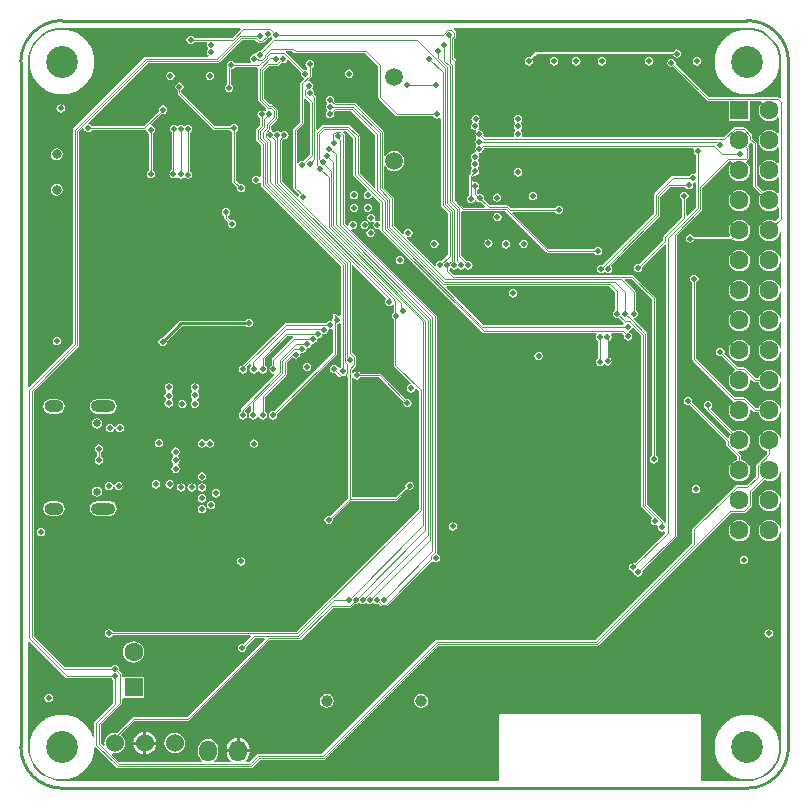
<source format=gbl>
G04*
G04 #@! TF.GenerationSoftware,Altium Limited,Altium Designer,20.2.6 (244)*
G04*
G04 Layer_Physical_Order=4*
G04 Layer_Color=16711680*
%FSLAX25Y25*%
%MOIN*%
G70*
G04*
G04 #@! TF.SameCoordinates,53242240-AA46-4597-B95F-6874191C8742*
G04*
G04*
G04 #@! TF.FilePolarity,Positive*
G04*
G01*
G75*
%ADD10C,0.00984*%
%ADD12C,0.01000*%
%ADD17C,0.00394*%
%ADD35C,0.03150*%
%ADD150O,0.06299X0.03937*%
%ADD151O,0.08268X0.03937*%
%ADD152C,0.02559*%
%ADD153C,0.06000*%
%ADD154C,0.10630*%
%ADD155C,0.05906*%
%ADD156O,0.05906X0.07087*%
%ADD157C,0.06299*%
%ADD158R,0.06299X0.06299*%
%ADD159C,0.03937*%
%ADD160C,0.01968*%
G36*
X13780Y253497D02*
X73053D01*
X73260Y252997D01*
X70403Y250139D01*
X57830D01*
X57593Y250493D01*
X57138Y250798D01*
X56600Y250905D01*
X56062Y250798D01*
X55607Y250493D01*
X55302Y250038D01*
X55195Y249500D01*
X55302Y248962D01*
X55607Y248507D01*
X56062Y248202D01*
X56600Y248095D01*
X57138Y248202D01*
X57593Y248507D01*
X57830Y248861D01*
X61991D01*
X62258Y248361D01*
X62218Y248301D01*
X62112Y247764D01*
X62218Y247226D01*
X62414Y246933D01*
X62507Y246393D01*
X62202Y245938D01*
X62095Y245400D01*
X62202Y244862D01*
X62507Y244407D01*
X62598Y244345D01*
X62446Y243846D01*
X41706D01*
X41254Y243658D01*
X17561Y219965D01*
X17373Y219513D01*
Y148277D01*
X2908Y133812D01*
X2409Y134020D01*
Y242126D01*
X2386Y242239D01*
X2517Y243910D01*
X2935Y245650D01*
X3620Y247303D01*
X4555Y248828D01*
X5717Y250189D01*
X7077Y251351D01*
X8603Y252286D01*
X10256Y252970D01*
X11996Y253388D01*
X13666Y253520D01*
X13780Y253497D01*
D02*
G37*
G36*
X83777Y250299D02*
X83906Y249898D01*
X83790Y249694D01*
X79932Y245836D01*
X79754Y245871D01*
X79217Y245764D01*
X78761Y245460D01*
X78456Y245004D01*
X78448Y244964D01*
X77886Y244597D01*
X77748Y244624D01*
X77210Y244517D01*
X76755Y244213D01*
X76450Y243757D01*
X76343Y243219D01*
X76450Y242682D01*
X76746Y242239D01*
X76730Y242155D01*
X76583Y241739D01*
X71330D01*
X71093Y242093D01*
X70638Y242398D01*
X70100Y242505D01*
X69562Y242398D01*
X69107Y242093D01*
X68802Y241638D01*
X68695Y241100D01*
X68802Y240562D01*
X68900Y240416D01*
X68761Y240079D01*
Y234730D01*
X68407Y234493D01*
X68102Y234038D01*
X67995Y233500D01*
X68102Y232962D01*
X68407Y232507D01*
X68862Y232202D01*
X69400Y232095D01*
X69938Y232202D01*
X70393Y232507D01*
X70698Y232962D01*
X70805Y233500D01*
X70698Y234038D01*
X70393Y234493D01*
X70039Y234730D01*
Y239645D01*
X70100Y239695D01*
X70638Y239802D01*
X71093Y240107D01*
X71330Y240461D01*
X78844D01*
X79143Y239961D01*
X79058Y239757D01*
Y229513D01*
X79246Y229061D01*
X81889Y226417D01*
X81855Y225802D01*
X81854Y225799D01*
X81792Y225758D01*
X81300Y225593D01*
X80845Y225898D01*
X80307Y226005D01*
X79769Y225898D01*
X79314Y225593D01*
X79009Y225138D01*
X78902Y224600D01*
X79009Y224062D01*
X79314Y223607D01*
X79668Y223370D01*
Y220877D01*
X78545Y219754D01*
X78358Y219302D01*
Y216274D01*
X78545Y215822D01*
X79973Y214394D01*
Y204076D01*
X79592Y203931D01*
X79473Y203907D01*
X79038Y204198D01*
X78500Y204305D01*
X77962Y204198D01*
X77507Y203893D01*
X77202Y203438D01*
X77095Y202900D01*
X77202Y202362D01*
X77507Y201906D01*
X77962Y201602D01*
X78500Y201495D01*
X79038Y201602D01*
X79473Y201893D01*
X79592Y201869D01*
X79973Y201724D01*
Y201062D01*
X80160Y200610D01*
X106631Y174139D01*
Y157596D01*
X106199Y157359D01*
X105752Y157552D01*
X105127Y158177D01*
X104675Y158364D01*
X104223Y158177D01*
X104036Y157725D01*
Y156788D01*
X104002Y156738D01*
X103895Y156200D01*
X103912Y156114D01*
X103835Y155998D01*
X103479Y155730D01*
X103100Y155805D01*
X102562Y155698D01*
X102107Y155394D01*
X101870Y155039D01*
X88276D01*
X87824Y154852D01*
X74010Y141038D01*
X73981Y140969D01*
X73623Y140898D01*
X73167Y140594D01*
X72863Y140138D01*
X72756Y139600D01*
X72863Y139062D01*
X73167Y138607D01*
X73623Y138302D01*
X74161Y138195D01*
X74698Y138302D01*
X75154Y138607D01*
X75459Y139062D01*
X75566Y139600D01*
X75459Y140138D01*
X75242Y140462D01*
X76424Y141644D01*
X76886Y141453D01*
Y140763D01*
X76632Y140594D01*
X76327Y140138D01*
X76220Y139600D01*
X76327Y139062D01*
X76632Y138607D01*
X77087Y138302D01*
X77625Y138195D01*
X78163Y138302D01*
X78619Y138607D01*
X78923Y139062D01*
X78945Y139172D01*
X79455D01*
X79477Y139062D01*
X79781Y138607D01*
X80237Y138302D01*
X80775Y138195D01*
X81313Y138302D01*
X81768Y138607D01*
X82073Y139062D01*
X82180Y139600D01*
X82073Y140138D01*
X81768Y140594D01*
X81314Y140897D01*
Y143298D01*
X88693Y150677D01*
X90599D01*
X90698Y150177D01*
X90639Y150152D01*
X83787Y143300D01*
X83600Y142849D01*
Y140830D01*
X83246Y140594D01*
X82941Y140138D01*
X82834Y139600D01*
X82941Y139062D01*
X83246Y138607D01*
X83702Y138302D01*
X84239Y138195D01*
X84389Y138225D01*
X84635Y137764D01*
X73548Y126677D01*
X73361Y126225D01*
Y125530D01*
X73007Y125294D01*
X72702Y124838D01*
X72595Y124300D01*
X72702Y123762D01*
X73007Y123307D01*
X73462Y123002D01*
X74000Y122895D01*
X74538Y123002D01*
X74993Y123307D01*
X75298Y123762D01*
X75405Y124300D01*
X75298Y124838D01*
X74993Y125294D01*
X74704Y125487D01*
X74674Y125994D01*
X76363Y127684D01*
X76825Y127493D01*
Y125530D01*
X76471Y125294D01*
X76167Y124838D01*
X76060Y124300D01*
X76167Y123762D01*
X76471Y123307D01*
X76927Y123002D01*
X77465Y122895D01*
X78002Y123002D01*
X78458Y123307D01*
X78763Y123762D01*
X78785Y123872D01*
X79294D01*
X79316Y123762D01*
X79621Y123307D01*
X80076Y123002D01*
X80614Y122895D01*
X81152Y123002D01*
X81608Y123307D01*
X81912Y123762D01*
X82019Y124300D01*
X81912Y124838D01*
X81608Y125294D01*
X81253Y125530D01*
Y130347D01*
X88452Y137546D01*
X88639Y137998D01*
Y141787D01*
X90447Y143595D01*
X90637Y143576D01*
X91093Y143271D01*
X91631Y143164D01*
X92168Y143271D01*
X92624Y143576D01*
X92929Y144032D01*
X93036Y144569D01*
X93022Y144641D01*
X93451Y145045D01*
X93700Y144995D01*
X94238Y145102D01*
X94693Y145406D01*
X94998Y145862D01*
X95074Y146246D01*
X95500Y146595D01*
X96038Y146702D01*
X96493Y147006D01*
X96798Y147462D01*
X96874Y147846D01*
X97300Y148195D01*
X97838Y148302D01*
X98293Y148607D01*
X98598Y149062D01*
X98705Y149600D01*
X98933Y149828D01*
X99151Y149919D01*
X99648Y150018D01*
X100103Y150322D01*
X100408Y150778D01*
X100462Y151051D01*
X100521Y151317D01*
X101005Y151414D01*
X101100Y151395D01*
X101638Y151502D01*
X102093Y151806D01*
X102398Y152262D01*
X102505Y152800D01*
X102971Y153021D01*
X103100Y152995D01*
X103536Y153082D01*
X104036Y152812D01*
Y145161D01*
X84497Y125622D01*
X84079Y125705D01*
X83541Y125598D01*
X83085Y125294D01*
X82781Y124838D01*
X82674Y124300D01*
X82781Y123762D01*
X83085Y123307D01*
X83541Y123002D01*
X84079Y122895D01*
X84616Y123002D01*
X85072Y123307D01*
X85377Y123762D01*
X85484Y124300D01*
X85401Y124718D01*
X105127Y144444D01*
X105314Y144896D01*
Y154798D01*
X105838Y154902D01*
X106131Y155098D01*
X106624Y154884D01*
X106631Y154877D01*
Y140441D01*
X106267Y140166D01*
X105762Y140258D01*
X105480Y140680D01*
X105024Y140984D01*
X104486Y141091D01*
X103949Y140984D01*
X103493Y140680D01*
X103188Y140224D01*
X103082Y139686D01*
X103188Y139149D01*
X103493Y138693D01*
X103949Y138388D01*
X104486Y138282D01*
X104904Y138365D01*
X106166Y137103D01*
X106618Y136916D01*
X107923D01*
X108375Y137103D01*
X108531Y137260D01*
X108993Y137068D01*
Y96797D01*
X103018Y90822D01*
X102600Y90905D01*
X102062Y90798D01*
X101607Y90493D01*
X101302Y90038D01*
X101195Y89500D01*
X101302Y88962D01*
X101607Y88507D01*
X102062Y88202D01*
X102600Y88095D01*
X103138Y88202D01*
X103594Y88507D01*
X103898Y88962D01*
X104005Y89500D01*
X103922Y89918D01*
X109897Y95893D01*
X125233D01*
X125684Y96081D01*
X129182Y99578D01*
X129600Y99495D01*
X130138Y99602D01*
X130594Y99907D01*
X130898Y100362D01*
X131005Y100900D01*
X130898Y101438D01*
X130594Y101893D01*
X130138Y102198D01*
X129600Y102305D01*
X129062Y102198D01*
X128606Y101893D01*
X128302Y101438D01*
X128195Y100900D01*
X128278Y100482D01*
X124968Y97172D01*
X110272D01*
Y136857D01*
X110772Y136958D01*
X111006Y136607D01*
X111462Y136302D01*
X112000Y136195D01*
X112538Y136302D01*
X112994Y136607D01*
X113230Y136961D01*
X119348D01*
X127576Y128733D01*
X127492Y128315D01*
X127599Y127777D01*
X127904Y127322D01*
X128360Y127017D01*
X128897Y126910D01*
X129435Y127017D01*
X129891Y127322D01*
X130195Y127777D01*
X130302Y128315D01*
X130195Y128853D01*
X129891Y129308D01*
X129435Y129613D01*
X128897Y129720D01*
X128480Y129637D01*
X120064Y138052D01*
X119612Y138239D01*
X113230D01*
X112994Y138593D01*
X112538Y138898D01*
X112000Y139005D01*
X111462Y138898D01*
X111006Y138593D01*
X110772Y138242D01*
X110272Y138342D01*
Y139464D01*
X111659Y140852D01*
X111847Y141304D01*
Y143650D01*
X111659Y144102D01*
X110272Y145490D01*
Y174300D01*
X110734Y174491D01*
X121840Y163385D01*
X121821Y163194D01*
X121517Y162738D01*
X121410Y162200D01*
X121517Y161663D01*
X121821Y161207D01*
X122277Y160902D01*
X122815Y160795D01*
X123352Y160902D01*
X123761Y161175D01*
X123983Y161121D01*
X124261Y160985D01*
Y158663D01*
X124006Y158493D01*
X123702Y158038D01*
X123595Y157500D01*
X123702Y156962D01*
X124006Y156507D01*
X124261Y156337D01*
Y141200D01*
X124448Y140748D01*
X130001Y135195D01*
X129836Y134652D01*
X129562Y134598D01*
X129106Y134293D01*
X128802Y133838D01*
X128695Y133300D01*
X128802Y132762D01*
X129106Y132307D01*
X129562Y132002D01*
X130100Y131895D01*
X130638Y132002D01*
X131094Y132307D01*
X131398Y132762D01*
X131453Y133036D01*
X131995Y133201D01*
X132636Y132560D01*
Y92919D01*
X91956Y52239D01*
X30630D01*
X30393Y52593D01*
X29938Y52898D01*
X29400Y53005D01*
X28862Y52898D01*
X28407Y52593D01*
X28102Y52138D01*
X27995Y51600D01*
X28102Y51062D01*
X28407Y50607D01*
X28862Y50302D01*
X29400Y50195D01*
X29938Y50302D01*
X30393Y50607D01*
X30630Y50961D01*
X76403D01*
X76595Y50499D01*
X74218Y48122D01*
X73800Y48205D01*
X73262Y48098D01*
X72807Y47793D01*
X72502Y47338D01*
X72395Y46800D01*
X72502Y46262D01*
X72807Y45807D01*
X73262Y45502D01*
X73800Y45395D01*
X74338Y45502D01*
X74793Y45807D01*
X75098Y46262D01*
X75205Y46800D01*
X75122Y47218D01*
X78077Y50173D01*
X81216D01*
X81407Y49711D01*
X55535Y23839D01*
X37700D01*
X37248Y23652D01*
X31935Y18339D01*
X31300Y18423D01*
X30414Y18306D01*
X29588Y17964D01*
X28880Y17420D01*
X28336Y16712D01*
X27994Y15886D01*
X27877Y15000D01*
X27961Y14360D01*
X27488Y14127D01*
X26674Y14941D01*
Y21070D01*
X33527Y27923D01*
X33714Y28375D01*
Y29699D01*
X34057Y30057D01*
X34214Y30057D01*
X41143D01*
Y37143D01*
X34214D01*
X34057Y37143D01*
X33714Y37501D01*
Y38125D01*
X33527Y38577D01*
X32822Y39282D01*
X32905Y39700D01*
X32798Y40238D01*
X32493Y40694D01*
X32038Y40998D01*
X31500Y41105D01*
X30962Y40998D01*
X30507Y40694D01*
X30270Y40339D01*
X14565D01*
X4296Y50608D01*
Y132279D01*
X19252Y147234D01*
X19439Y147686D01*
Y218922D01*
X20606Y220089D01*
X20806Y220053D01*
X21117Y219892D01*
X21202Y219462D01*
X21507Y219007D01*
X21962Y218702D01*
X22500Y218595D01*
X23038Y218702D01*
X23494Y219007D01*
X23730Y219361D01*
X41200D01*
X41414Y219449D01*
X41932Y219209D01*
X41960Y219175D01*
X42002Y218962D01*
X42307Y218507D01*
X42722Y218229D01*
Y205969D01*
X42368Y205733D01*
X42064Y205277D01*
X41957Y204739D01*
X42064Y204202D01*
X42368Y203746D01*
X42824Y203441D01*
X43362Y203334D01*
X43899Y203441D01*
X44355Y203746D01*
X44660Y204202D01*
X44767Y204739D01*
X44660Y205277D01*
X44355Y205733D01*
X44001Y205969D01*
Y218311D01*
X44293Y218507D01*
X44598Y218962D01*
X44705Y219500D01*
X44598Y220038D01*
X44293Y220493D01*
X43838Y220798D01*
X43647Y220836D01*
X43482Y221378D01*
X46982Y224878D01*
X47400Y224795D01*
X47938Y224902D01*
X48393Y225207D01*
X48698Y225662D01*
X48805Y226200D01*
X48698Y226738D01*
X48393Y227193D01*
X47938Y227498D01*
X47400Y227605D01*
X46862Y227498D01*
X46406Y227193D01*
X46102Y226738D01*
X45995Y226200D01*
X46078Y225782D01*
X40935Y220639D01*
X23730D01*
X23494Y220993D01*
X23038Y221298D01*
X22608Y221383D01*
X22447Y221694D01*
X22411Y221894D01*
X42297Y241780D01*
X65869D01*
X66321Y241967D01*
X71822Y247467D01*
X71836Y247473D01*
X73636Y249273D01*
X78196D01*
X78796Y248673D01*
X79248Y248486D01*
X80552D01*
X81004Y248673D01*
X82333Y250002D01*
X82838Y250102D01*
X83288Y250403D01*
X83777Y250299D01*
D02*
G37*
G36*
X93407Y238589D02*
X93320Y238152D01*
X93427Y237615D01*
X93732Y237159D01*
X94101Y236912D01*
X94264Y236368D01*
X93288Y235392D01*
X93101Y234940D01*
Y221995D01*
X91047Y219941D01*
X90860Y219489D01*
Y200201D01*
X91047Y199749D01*
X92867Y197929D01*
X92672Y197638D01*
X92615Y197352D01*
X92078Y197182D01*
X86974Y202285D01*
Y215970D01*
X87383Y216379D01*
X87907Y216275D01*
X88445Y216382D01*
X88900Y216686D01*
X89205Y217142D01*
X89312Y217680D01*
X89205Y218217D01*
X88900Y218673D01*
X88445Y218978D01*
X87907Y219085D01*
X87369Y218978D01*
X86913Y218673D01*
X86439Y218863D01*
X86085Y219099D01*
X85548Y219206D01*
X85010Y219099D01*
X84699Y218891D01*
X84396Y218820D01*
X84011Y218882D01*
X83723Y219074D01*
X83697Y219079D01*
X83405Y219647D01*
X83446Y219746D01*
Y220824D01*
X85503Y222881D01*
X85690Y223333D01*
Y226035D01*
X85503Y226487D01*
X84105Y227885D01*
X83653Y228072D01*
X83156D01*
X81124Y230104D01*
Y239166D01*
X82586Y240628D01*
X85395D01*
X85847Y240816D01*
X86845Y241814D01*
X86862Y241802D01*
X87400Y241695D01*
X87938Y241802D01*
X88393Y242107D01*
X88698Y242562D01*
X88703Y242586D01*
X89245Y242751D01*
X93407Y238589D01*
D02*
G37*
G36*
X243910Y253388D02*
X245650Y252970D01*
X247303Y252286D01*
X248828Y251351D01*
X250189Y250189D01*
X251351Y248828D01*
X252286Y247303D01*
X252970Y245650D01*
X253388Y243910D01*
X253489Y242623D01*
X253497Y242126D01*
D01*
X253497Y241632D01*
Y230176D01*
X253035Y229985D01*
X252828Y230192D01*
X252376Y230379D01*
X229325D01*
X218222Y241482D01*
X218305Y241900D01*
X218198Y242438D01*
X217893Y242893D01*
X217438Y243198D01*
X216900Y243305D01*
X216362Y243198D01*
X215907Y242893D01*
X215602Y242438D01*
X215495Y241900D01*
X215602Y241362D01*
X215907Y240907D01*
X216362Y240602D01*
X216900Y240495D01*
X217318Y240578D01*
X228608Y229288D01*
X229060Y229101D01*
X235957D01*
Y222457D01*
X243043D01*
Y229101D01*
X246899D01*
X247069Y228601D01*
X246973Y228527D01*
X246405Y227787D01*
X246048Y226925D01*
X245926Y226000D01*
X246048Y225075D01*
X246405Y224213D01*
X246973Y223473D01*
X247713Y222905D01*
X248575Y222548D01*
X249500Y222426D01*
X250425Y222548D01*
X251287Y222905D01*
X252027Y223473D01*
X252207Y223708D01*
X252707Y223538D01*
Y218462D01*
X252207Y218292D01*
X252027Y218527D01*
X251287Y219095D01*
X250425Y219452D01*
X249500Y219574D01*
X248575Y219452D01*
X247713Y219095D01*
X246973Y218527D01*
X246405Y217787D01*
X246048Y216925D01*
X245926Y216000D01*
X246048Y215075D01*
X246405Y214213D01*
X246973Y213473D01*
X247713Y212905D01*
X248575Y212548D01*
X249500Y212426D01*
X250425Y212548D01*
X251287Y212905D01*
X252027Y213473D01*
X252207Y213708D01*
X252707Y213538D01*
Y208462D01*
X252207Y208292D01*
X252027Y208527D01*
X251287Y209095D01*
X250425Y209452D01*
X249500Y209574D01*
X248575Y209452D01*
X247713Y209095D01*
X246973Y208527D01*
X246405Y207787D01*
X246048Y206925D01*
X245926Y206000D01*
X246048Y205075D01*
X246405Y204213D01*
X246973Y203473D01*
X247713Y202905D01*
X248575Y202548D01*
X249500Y202426D01*
X250425Y202548D01*
X251287Y202905D01*
X252027Y203473D01*
X252207Y203708D01*
X252707Y203538D01*
Y198462D01*
X252207Y198292D01*
X252027Y198527D01*
X251287Y199095D01*
X250425Y199452D01*
X249500Y199574D01*
X248575Y199452D01*
X247713Y199095D01*
X247484Y198920D01*
X245339Y201065D01*
Y215000D01*
X245152Y215452D01*
X243879Y216725D01*
Y217549D01*
X243692Y218001D01*
X241501Y220192D01*
X241049Y220379D01*
X237951D01*
X237499Y220192D01*
X234292Y216986D01*
X167314D01*
X167047Y217486D01*
X167098Y217562D01*
X167205Y218100D01*
X167098Y218638D01*
X166794Y219093D01*
X166784Y219100D01*
Y219600D01*
X166794Y219607D01*
X167098Y220062D01*
X167205Y220600D01*
X167098Y221138D01*
X166869Y221481D01*
X166823Y221813D01*
X166869Y222145D01*
X167098Y222488D01*
X167205Y223025D01*
X167098Y223563D01*
X166794Y224019D01*
X166338Y224323D01*
X165800Y224430D01*
X165262Y224323D01*
X164806Y224019D01*
X164502Y223563D01*
X164395Y223025D01*
X164502Y222488D01*
X164731Y222145D01*
X164777Y221813D01*
X164731Y221481D01*
X164502Y221138D01*
X164395Y220600D01*
X164502Y220062D01*
X164806Y219607D01*
X164816Y219600D01*
Y219100D01*
X164806Y219093D01*
X164502Y218638D01*
X164395Y218100D01*
X164502Y217562D01*
X164553Y217486D01*
X164286Y216986D01*
X154740D01*
X154222Y217503D01*
X154305Y217921D01*
X154198Y218459D01*
X153893Y218915D01*
X153438Y219219D01*
X152900Y219326D01*
X152779Y219302D01*
X152604Y219550D01*
X152531Y219763D01*
X152798Y220162D01*
X152905Y220700D01*
X152798Y221238D01*
X152494Y221693D01*
X152684Y222167D01*
X152898Y222488D01*
X153005Y223025D01*
X152898Y223563D01*
X152594Y224019D01*
X152138Y224323D01*
X151600Y224430D01*
X151062Y224323D01*
X150607Y224019D01*
X150302Y223563D01*
X150195Y223025D01*
X150302Y222488D01*
X150607Y222032D01*
X150416Y221558D01*
X150202Y221238D01*
X150095Y220700D01*
X150202Y220162D01*
X150506Y219707D01*
X150962Y219402D01*
X151500Y219295D01*
X151621Y219319D01*
X151796Y219071D01*
X151869Y218859D01*
X151602Y218459D01*
X151495Y217921D01*
X151602Y217384D01*
X151907Y216928D01*
Y216552D01*
X151602Y216097D01*
X151495Y215559D01*
X151602Y215021D01*
X151907Y214566D01*
Y214190D01*
X151602Y213735D01*
X151495Y213197D01*
X151602Y212659D01*
X151806Y212354D01*
X151531Y211899D01*
X151500Y211905D01*
X150962Y211798D01*
X150506Y211493D01*
X150202Y211038D01*
X150095Y210500D01*
X150202Y209962D01*
X150506Y209507D01*
X150516Y209500D01*
Y209000D01*
X150506Y208993D01*
X150202Y208538D01*
X150095Y208000D01*
X150202Y207462D01*
X150420Y207136D01*
X150487Y206580D01*
X150183Y206124D01*
X150076Y205586D01*
X150159Y205168D01*
X149472Y204482D01*
X149285Y204030D01*
Y197644D01*
X149006Y197458D01*
X148702Y197002D01*
X148595Y196465D01*
X148702Y195927D01*
X149006Y195471D01*
X149462Y195167D01*
X150000Y195060D01*
X150538Y195167D01*
X150994Y195471D01*
X151257Y195865D01*
X151557Y195931D01*
X151810Y195936D01*
X151978Y195684D01*
X152433Y195380D01*
X152971Y195273D01*
X153389Y195356D01*
X154711Y194034D01*
X154520Y193572D01*
X147832D01*
X145214Y196190D01*
Y242467D01*
X145027Y242919D01*
X144524Y243422D01*
Y249691D01*
X144916Y250082D01*
X145103Y250535D01*
Y251839D01*
X144916Y252291D01*
X144210Y252997D01*
X144417Y253497D01*
X242126D01*
X242239Y253520D01*
X243910Y253388D01*
D02*
G37*
G36*
X224491Y212933D02*
X224402Y212800D01*
X224295Y212262D01*
X224402Y211725D01*
X224707Y211269D01*
X225061Y211032D01*
Y205068D01*
X224561Y204786D01*
X224152Y204867D01*
X223614Y204760D01*
X223158Y204456D01*
X222922Y204101D01*
X217349D01*
X216897Y203914D01*
X211248Y198266D01*
X211061Y197814D01*
Y191592D01*
X193891Y174422D01*
X193473Y174505D01*
X192936Y174398D01*
X192480Y174093D01*
X192175Y173638D01*
X192068Y173100D01*
X192175Y172562D01*
X192480Y172107D01*
X192936Y171802D01*
X193473Y171695D01*
X194011Y171802D01*
X194467Y172107D01*
X194842D01*
X195298Y171802D01*
X195835Y171695D01*
X196373Y171802D01*
X196829Y172107D01*
X197133Y172562D01*
X197240Y173100D01*
X197133Y173638D01*
X196829Y174093D01*
X196799Y174401D01*
X212939Y190542D01*
X213127Y190994D01*
Y197223D01*
X216328Y200424D01*
X221545D01*
X221781Y200069D01*
X222237Y199765D01*
X222775Y199658D01*
X223312Y199765D01*
X223768Y200069D01*
X224073Y200525D01*
X224180Y201063D01*
X224073Y201601D01*
X224074Y201606D01*
X224205Y201844D01*
X224600Y201951D01*
X225061Y201624D01*
Y193632D01*
X222301Y190873D01*
X221839Y191064D01*
Y196270D01*
X222193Y196507D01*
X222498Y196962D01*
X222605Y197500D01*
X222498Y198038D01*
X222193Y198494D01*
X221738Y198798D01*
X221200Y198905D01*
X220662Y198798D01*
X220207Y198494D01*
X219902Y198038D01*
X219795Y197500D01*
X219902Y196962D01*
X220207Y196507D01*
X220561Y196270D01*
Y190246D01*
X214361Y184046D01*
X214173Y183593D01*
Y182677D01*
X206218Y174722D01*
X205800Y174805D01*
X205262Y174698D01*
X204807Y174393D01*
X204502Y173938D01*
X204395Y173400D01*
X204502Y172862D01*
X204807Y172406D01*
X205262Y172102D01*
X205800Y171995D01*
X206338Y172102D01*
X206793Y172406D01*
X207098Y172862D01*
X207205Y173400D01*
X207122Y173818D01*
X214499Y181195D01*
X214961Y181003D01*
Y88800D01*
X214461Y88517D01*
X214341Y88589D01*
Y88898D01*
X214154Y89350D01*
X208827Y94677D01*
Y151557D01*
X208639Y152009D01*
X204330Y156318D01*
X204517Y156838D01*
X204838Y156902D01*
X205293Y157207D01*
X205598Y157662D01*
X205705Y158200D01*
X205598Y158738D01*
X205293Y159194D01*
X204939Y159430D01*
Y165400D01*
X204752Y165852D01*
X201318Y169286D01*
X201509Y169748D01*
X203622D01*
X210361Y163009D01*
Y110830D01*
X210007Y110593D01*
X209702Y110138D01*
X209595Y109600D01*
X209702Y109062D01*
X210007Y108607D01*
X210462Y108302D01*
X211000Y108195D01*
X211538Y108302D01*
X211993Y108607D01*
X212298Y109062D01*
X212405Y109600D01*
X212298Y110138D01*
X211993Y110593D01*
X211639Y110830D01*
Y163274D01*
X211452Y163726D01*
X204339Y170839D01*
X203887Y171027D01*
X144477D01*
X142884Y172620D01*
X142922Y173167D01*
X143131Y173307D01*
X143507D01*
X143962Y173002D01*
X144500Y172895D01*
X145038Y173002D01*
X145493Y173307D01*
X145869D01*
X146325Y173002D01*
X146862Y172895D01*
X147400Y173002D01*
X147856Y173307D01*
X148231D01*
X148687Y173002D01*
X149224Y172895D01*
X149762Y173002D01*
X150218Y173307D01*
X150522Y173762D01*
X150629Y174300D01*
X150522Y174838D01*
X150218Y175294D01*
X149762Y175598D01*
X149224Y175705D01*
X148807Y175622D01*
X146714Y177714D01*
Y192229D01*
X147214Y192440D01*
X147567Y192294D01*
X158793D01*
X158842Y191794D01*
X158362Y191698D01*
X157906Y191393D01*
X157602Y190938D01*
X157495Y190400D01*
X157602Y189862D01*
X157906Y189407D01*
X158362Y189102D01*
X158900Y188995D01*
X159438Y189102D01*
X159894Y189407D01*
X160198Y189862D01*
X160305Y190400D01*
X160198Y190938D01*
X159894Y191393D01*
X159438Y191698D01*
X158958Y191794D01*
X159007Y192294D01*
X161475D01*
X175138Y178630D01*
X175590Y178443D01*
X191167D01*
X191403Y178089D01*
X191859Y177784D01*
X192397Y177677D01*
X192935Y177784D01*
X193390Y178089D01*
X193695Y178545D01*
X193802Y179082D01*
X193695Y179620D01*
X193390Y180076D01*
X192935Y180380D01*
X192397Y180487D01*
X191859Y180380D01*
X191403Y180076D01*
X191167Y179722D01*
X175855D01*
X163878Y191699D01*
X164069Y192161D01*
X178070D01*
X178306Y191806D01*
X178762Y191502D01*
X179300Y191395D01*
X179838Y191502D01*
X180294Y191806D01*
X180598Y192262D01*
X180705Y192800D01*
X180598Y193338D01*
X180294Y193793D01*
X179838Y194098D01*
X179300Y194205D01*
X178762Y194098D01*
X178306Y193793D01*
X178070Y193439D01*
X163251D01*
X162518Y194172D01*
X162066Y194359D01*
X156193D01*
X154293Y196260D01*
X154376Y196678D01*
X154269Y197215D01*
X153964Y197671D01*
X153509Y197976D01*
X152971Y198083D01*
X152553Y198000D01*
X152138Y198415D01*
Y199508D01*
X152492Y199744D01*
X152797Y200200D01*
X152904Y200738D01*
X152797Y201275D01*
X152492Y201731D01*
X152037Y202036D01*
X151499Y202143D01*
X151063Y202056D01*
X150563Y202326D01*
Y203765D01*
X151063Y204264D01*
X151481Y204181D01*
X152018Y204288D01*
X152474Y204593D01*
X152779Y205049D01*
X152886Y205586D01*
X152779Y206124D01*
X152561Y206450D01*
X152494Y207007D01*
X152798Y207462D01*
X152905Y208000D01*
X152798Y208538D01*
X152494Y208993D01*
X152484Y209000D01*
Y209500D01*
X152494Y209507D01*
X152798Y209962D01*
X152905Y210500D01*
X152798Y211038D01*
X152594Y211343D01*
X152869Y211798D01*
X152900Y211792D01*
X153438Y211899D01*
X153893Y212203D01*
X154198Y212659D01*
X154305Y213197D01*
X154499Y213434D01*
X224224D01*
X224491Y212933D01*
D02*
G37*
G36*
X96421Y228400D02*
Y211286D01*
X94305Y209170D01*
X93887Y209253D01*
X93350Y209146D01*
X92894Y208842D01*
X92638Y208459D01*
X92332Y208475D01*
X92138Y208542D01*
Y219225D01*
X94192Y221278D01*
X94379Y221730D01*
Y229789D01*
X94841Y229980D01*
X96421Y228400D01*
D02*
G37*
G36*
X91148Y245148D02*
X91600Y244961D01*
X114835D01*
X119061Y240735D01*
Y230300D01*
X119248Y229848D01*
X124948Y224148D01*
X125400Y223961D01*
X137548D01*
X137785Y223607D01*
X138240Y223302D01*
X138778Y223195D01*
X139316Y223302D01*
X139499Y223424D01*
X139999Y223157D01*
Y194294D01*
X140186Y193842D01*
X142286Y191742D01*
Y177714D01*
X140193Y175622D01*
X139776Y175705D01*
X139238Y175598D01*
X138782Y175294D01*
X138478Y174838D01*
X138385Y174370D01*
X138155Y174237D01*
X137889Y174159D01*
X128654Y183394D01*
X128900Y183855D01*
X129200Y183795D01*
X129738Y183902D01*
X130193Y184206D01*
X130498Y184662D01*
X130605Y185200D01*
X130498Y185738D01*
X130193Y186194D01*
X129738Y186498D01*
X129200Y186605D01*
X128662Y186498D01*
X128207Y186194D01*
X127902Y185738D01*
X127795Y185200D01*
X127855Y184900D01*
X127394Y184654D01*
X124264Y187784D01*
Y196710D01*
X124076Y197162D01*
X121014Y200225D01*
Y207413D01*
X121514Y207512D01*
X121577Y207360D01*
X122113Y206661D01*
X122812Y206124D01*
X123626Y205787D01*
X124500Y205672D01*
X125374Y205787D01*
X126188Y206124D01*
X126887Y206661D01*
X127423Y207360D01*
X127760Y208174D01*
X127875Y209047D01*
X127760Y209921D01*
X127423Y210735D01*
X126887Y211434D01*
X126188Y211970D01*
X125374Y212308D01*
X124500Y212423D01*
X123626Y212308D01*
X122812Y211970D01*
X122113Y211434D01*
X121577Y210735D01*
X121514Y210582D01*
X121014Y210682D01*
Y218691D01*
X120826Y219143D01*
X111604Y228365D01*
X111152Y228553D01*
X104840D01*
X104322Y229070D01*
X104405Y229488D01*
X104298Y230026D01*
X103993Y230482D01*
X103538Y230786D01*
X103000Y230893D01*
X102462Y230786D01*
X102007Y230482D01*
X101702Y230026D01*
X101595Y229488D01*
X101702Y228951D01*
X102007Y228495D01*
Y228119D01*
X101702Y227664D01*
X101595Y227126D01*
X101702Y226588D01*
X102007Y226132D01*
Y225757D01*
X101702Y225301D01*
X101595Y224764D01*
X101702Y224226D01*
X102007Y223770D01*
X102462Y223466D01*
X103000Y223359D01*
X103538Y223466D01*
X103993Y223770D01*
X104298Y224226D01*
X104405Y224764D01*
X104322Y225182D01*
X104840Y225699D01*
X110235D01*
X118160Y217774D01*
Y200390D01*
X117699Y200199D01*
X112927Y204971D01*
Y217326D01*
X112739Y217778D01*
X109578Y220939D01*
X109126Y221127D01*
X100792D01*
X100339Y220939D01*
X98949Y219549D01*
X98487Y219740D01*
Y230252D01*
X98300Y230704D01*
X97622Y231382D01*
X97705Y231800D01*
X97598Y232338D01*
X97293Y232793D01*
X97241Y233430D01*
X97393Y233658D01*
X97500Y234195D01*
X97393Y234733D01*
X97089Y235189D01*
X96633Y235493D01*
X96095Y235600D01*
X95990Y235579D01*
X95744Y236040D01*
X96752Y237048D01*
X96939Y237500D01*
Y240070D01*
X97293Y240307D01*
X97598Y240762D01*
X97705Y241300D01*
X97598Y241838D01*
X97293Y242293D01*
X96838Y242598D01*
X96300Y242705D01*
X95762Y242598D01*
X95307Y242293D01*
X95002Y241838D01*
X94895Y241300D01*
X95002Y240762D01*
X95307Y240307D01*
X95486Y240187D01*
X95475Y239816D01*
X95029Y239497D01*
X94725Y239557D01*
X94326Y239478D01*
X88443Y245361D01*
X88554Y245789D01*
X88596Y245861D01*
X90435D01*
X91148Y245148D01*
D02*
G37*
G36*
X110861Y216735D02*
Y204380D01*
X111048Y203928D01*
X115409Y199567D01*
X115245Y199024D01*
X115112Y198998D01*
X114656Y198694D01*
X114352Y198238D01*
X114245Y197700D01*
X114352Y197162D01*
X114656Y196706D01*
X115112Y196402D01*
X115650Y196295D01*
X116188Y196402D01*
X116644Y196706D01*
X116948Y197162D01*
X116974Y197295D01*
X117517Y197459D01*
X119836Y195140D01*
Y189388D01*
X119336Y189118D01*
X118900Y189205D01*
X118362Y189098D01*
X118290Y189050D01*
X117929Y189410D01*
X118098Y189662D01*
X118205Y190200D01*
X118098Y190738D01*
X117794Y191193D01*
X117338Y191498D01*
X116800Y191605D01*
X116262Y191498D01*
X115806Y191193D01*
X115502Y190738D01*
X115395Y190200D01*
X115502Y189662D01*
X115806Y189207D01*
X116262Y188902D01*
X116800Y188795D01*
X117338Y188902D01*
X117410Y188950D01*
X117771Y188590D01*
X117602Y188338D01*
X117495Y187800D01*
X117602Y187262D01*
X117906Y186806D01*
X118362Y186502D01*
X118900Y186395D01*
X119336Y186482D01*
X119809Y186229D01*
X119851Y186177D01*
X120023Y185763D01*
X153937Y151848D01*
X154389Y151661D01*
X191784D01*
X192051Y151161D01*
X191902Y150938D01*
X191795Y150400D01*
X191902Y149862D01*
X192207Y149407D01*
X192561Y149170D01*
Y143497D01*
X192106Y143193D01*
X191802Y142738D01*
X191695Y142200D01*
X191802Y141662D01*
X192106Y141207D01*
X192562Y140902D01*
X193100Y140795D01*
X193638Y140902D01*
X194079Y141197D01*
X194278Y141306D01*
X194607D01*
X195062Y141002D01*
X195600Y140895D01*
X196138Y141002D01*
X196593Y141306D01*
X196898Y141762D01*
X197005Y142300D01*
X196898Y142838D01*
X196593Y143293D01*
X196239Y143530D01*
Y149195D01*
X196556Y149407D01*
X196860Y149862D01*
X196967Y150400D01*
X196860Y150938D01*
X196711Y151161D01*
X196978Y151661D01*
X200535D01*
X201178Y151018D01*
X201095Y150600D01*
X201202Y150062D01*
X201506Y149607D01*
X201962Y149302D01*
X202500Y149195D01*
X203038Y149302D01*
X203493Y149607D01*
X203798Y150062D01*
X203905Y150600D01*
X203798Y151138D01*
X203493Y151593D01*
X203038Y151898D01*
X202500Y152005D01*
X202402Y151986D01*
X202386Y152008D01*
X202426Y152178D01*
X202628Y152521D01*
X203038Y152602D01*
X203493Y152907D01*
X203742Y153278D01*
X204285Y153442D01*
X206761Y150966D01*
Y94086D01*
X206948Y93634D01*
X210362Y90221D01*
X210343Y90030D01*
X210038Y89574D01*
X209931Y89037D01*
X210038Y88499D01*
X210343Y88043D01*
X210799Y87739D01*
X211336Y87631D01*
X211874Y87739D01*
X212064Y87865D01*
X212424Y87505D01*
X212403Y87474D01*
X212297Y86936D01*
X212403Y86399D01*
X212708Y85943D01*
X213164Y85638D01*
X213702Y85531D01*
X214215Y85633D01*
X214250Y85632D01*
X214735Y85368D01*
X214770Y85074D01*
X204618Y74922D01*
X204200Y75005D01*
X203662Y74898D01*
X203207Y74594D01*
X202902Y74138D01*
X202795Y73600D01*
X202902Y73062D01*
X203207Y72607D01*
X203662Y72302D01*
X204200Y72195D01*
X204502Y71745D01*
X204572Y71392D01*
X204877Y70936D01*
X205333Y70632D01*
X205870Y70525D01*
X206408Y70632D01*
X206864Y70936D01*
X207168Y71392D01*
X207275Y71930D01*
X207192Y72347D01*
X218414Y83570D01*
X218601Y84022D01*
Y184251D01*
X226939Y192589D01*
X227127Y193041D01*
Y200189D01*
X236038Y209101D01*
X236899D01*
X237069Y208601D01*
X236973Y208527D01*
X236405Y207787D01*
X236048Y206925D01*
X235926Y206000D01*
X236048Y205075D01*
X236405Y204213D01*
X236973Y203473D01*
X237713Y202905D01*
X238575Y202548D01*
X239500Y202426D01*
X240425Y202548D01*
X241287Y202905D01*
X242027Y203473D01*
X242595Y204213D01*
X242952Y205075D01*
X243074Y206000D01*
X242952Y206925D01*
X242595Y207787D01*
X242027Y208527D01*
X241881Y208639D01*
X241985Y209190D01*
X242221Y209288D01*
X242452Y209519D01*
X242639Y209971D01*
Y213500D01*
X242452Y213952D01*
X242420Y213984D01*
X242595Y214213D01*
X242952Y215075D01*
X242968Y215194D01*
X243441Y215355D01*
X244061Y214735D01*
Y200800D01*
X244248Y200348D01*
X246580Y198016D01*
X246405Y197787D01*
X246048Y196925D01*
X245926Y196000D01*
X246048Y195075D01*
X246405Y194213D01*
X246973Y193473D01*
X247713Y192905D01*
X248575Y192548D01*
X249500Y192426D01*
X250425Y192548D01*
X251287Y192905D01*
X252027Y193473D01*
X252207Y193708D01*
X252707Y193538D01*
Y190111D01*
X251516Y188920D01*
X251287Y189095D01*
X250425Y189452D01*
X249500Y189574D01*
X248575Y189452D01*
X247713Y189095D01*
X246973Y188527D01*
X246405Y187787D01*
X246048Y186925D01*
X245926Y186000D01*
X246048Y185075D01*
X246405Y184213D01*
X246973Y183473D01*
X247713Y182905D01*
X248575Y182548D01*
X249500Y182426D01*
X250425Y182548D01*
X251287Y182905D01*
X252027Y183473D01*
X252595Y184213D01*
X252952Y185075D01*
X252997Y185416D01*
X253497Y185384D01*
Y176616D01*
X252997Y176584D01*
X252952Y176925D01*
X252595Y177787D01*
X252027Y178527D01*
X251287Y179095D01*
X250425Y179452D01*
X249500Y179574D01*
X248575Y179452D01*
X247713Y179095D01*
X246973Y178527D01*
X246405Y177787D01*
X246048Y176925D01*
X245926Y176000D01*
X246048Y175075D01*
X246405Y174213D01*
X246973Y173473D01*
X247713Y172905D01*
X248575Y172548D01*
X249500Y172426D01*
X250425Y172548D01*
X251287Y172905D01*
X252027Y173473D01*
X252595Y174213D01*
X252952Y175075D01*
X252997Y175416D01*
X253497Y175384D01*
Y166616D01*
X252997Y166584D01*
X252952Y166925D01*
X252595Y167787D01*
X252027Y168527D01*
X251287Y169095D01*
X250425Y169452D01*
X249500Y169574D01*
X248575Y169452D01*
X247713Y169095D01*
X246973Y168527D01*
X246405Y167787D01*
X246048Y166925D01*
X245926Y166000D01*
X246048Y165075D01*
X246405Y164213D01*
X246973Y163473D01*
X247713Y162905D01*
X248575Y162548D01*
X249500Y162426D01*
X250425Y162548D01*
X251287Y162905D01*
X252027Y163473D01*
X252595Y164213D01*
X252952Y165075D01*
X252997Y165416D01*
X253497Y165384D01*
Y156616D01*
X252997Y156584D01*
X252952Y156925D01*
X252595Y157787D01*
X252027Y158527D01*
X251287Y159095D01*
X250425Y159452D01*
X249500Y159574D01*
X248575Y159452D01*
X247713Y159095D01*
X246973Y158527D01*
X246405Y157787D01*
X246048Y156925D01*
X245926Y156000D01*
X246048Y155075D01*
X246405Y154213D01*
X246973Y153473D01*
X247713Y152905D01*
X248575Y152548D01*
X249500Y152426D01*
X250425Y152548D01*
X251287Y152905D01*
X252027Y153473D01*
X252595Y154213D01*
X252952Y155075D01*
X252997Y155416D01*
X253497Y155384D01*
Y146616D01*
X252997Y146584D01*
X252952Y146925D01*
X252595Y147787D01*
X252027Y148527D01*
X251287Y149095D01*
X250425Y149452D01*
X249500Y149574D01*
X248575Y149452D01*
X247713Y149095D01*
X246973Y148527D01*
X246405Y147787D01*
X246048Y146925D01*
X245926Y146000D01*
X246048Y145075D01*
X246405Y144213D01*
X246973Y143473D01*
X247713Y142905D01*
X248575Y142548D01*
X249500Y142426D01*
X250425Y142548D01*
X251287Y142905D01*
X252027Y143473D01*
X252595Y144213D01*
X252952Y145075D01*
X252997Y145416D01*
X253497Y145384D01*
Y136616D01*
X252997Y136584D01*
X252952Y136925D01*
X252595Y137787D01*
X252027Y138527D01*
X251287Y139095D01*
X250425Y139452D01*
X249500Y139574D01*
X248575Y139452D01*
X247713Y139095D01*
X246973Y138527D01*
X246405Y137787D01*
X246048Y136925D01*
X246010Y136639D01*
X245054D01*
X241501Y140192D01*
X241049Y140379D01*
X239125D01*
X234522Y144982D01*
X234605Y145400D01*
X234498Y145938D01*
X234193Y146394D01*
X233738Y146698D01*
X233200Y146805D01*
X232662Y146698D01*
X232207Y146394D01*
X231902Y145938D01*
X231795Y145400D01*
X231902Y144862D01*
X232207Y144406D01*
X232662Y144102D01*
X233200Y143995D01*
X233618Y144078D01*
X238023Y139673D01*
X237925Y139183D01*
X237713Y139095D01*
X236973Y138527D01*
X236405Y137787D01*
X236048Y136925D01*
X235926Y136000D01*
X236048Y135075D01*
X236405Y134213D01*
X236973Y133473D01*
X237713Y132905D01*
X238575Y132548D01*
X239500Y132426D01*
X240425Y132548D01*
X241287Y132905D01*
X242027Y133473D01*
X242595Y134213D01*
X242952Y135075D01*
X243074Y136000D01*
X243058Y136120D01*
X243532Y136354D01*
X244337Y135548D01*
X244789Y135361D01*
X246010D01*
X246048Y135075D01*
X246405Y134213D01*
X246973Y133473D01*
X247713Y132905D01*
X248575Y132548D01*
X249500Y132426D01*
X250425Y132548D01*
X251287Y132905D01*
X252027Y133473D01*
X252595Y134213D01*
X252952Y135075D01*
X252997Y135416D01*
X253497Y135384D01*
Y126616D01*
X252997Y126584D01*
X252952Y126925D01*
X252595Y127787D01*
X252027Y128527D01*
X251287Y129095D01*
X250425Y129452D01*
X249500Y129574D01*
X248575Y129452D01*
X247713Y129095D01*
X246973Y128527D01*
X246405Y127787D01*
X246048Y126925D01*
X246010Y126639D01*
X245054D01*
X241501Y130192D01*
X241049Y130379D01*
X237977D01*
X225145Y143212D01*
Y168652D01*
X225499Y168889D01*
X225803Y169345D01*
X225910Y169883D01*
X225803Y170420D01*
X225499Y170876D01*
X225043Y171180D01*
X224505Y171288D01*
X223968Y171180D01*
X223512Y170876D01*
X223207Y170420D01*
X223101Y169883D01*
X223207Y169345D01*
X223512Y168889D01*
X223866Y168652D01*
Y142947D01*
X224054Y142495D01*
X237210Y129339D01*
X237260Y129185D01*
X237260Y128747D01*
X236973Y128527D01*
X236405Y127787D01*
X236048Y126925D01*
X235926Y126000D01*
X236048Y125075D01*
X236405Y124213D01*
X236973Y123473D01*
X237713Y122905D01*
X238575Y122548D01*
X239500Y122426D01*
X240425Y122548D01*
X241287Y122905D01*
X242027Y123473D01*
X242595Y124213D01*
X242952Y125075D01*
X243074Y126000D01*
X243058Y126120D01*
X243532Y126354D01*
X244337Y125548D01*
X244789Y125361D01*
X246010D01*
X246048Y125075D01*
X246405Y124213D01*
X246973Y123473D01*
X247713Y122905D01*
X248575Y122548D01*
X249500Y122426D01*
X250425Y122548D01*
X251287Y122905D01*
X252027Y123473D01*
X252595Y124213D01*
X252952Y125075D01*
X252997Y125416D01*
X253497Y125384D01*
Y116616D01*
X252997Y116584D01*
X252952Y116925D01*
X252595Y117787D01*
X252027Y118527D01*
X251287Y119095D01*
X250425Y119452D01*
X249500Y119574D01*
X248575Y119452D01*
X247713Y119095D01*
X246973Y118527D01*
X246405Y117787D01*
X246048Y116925D01*
X245926Y116000D01*
X246048Y115075D01*
X246405Y114213D01*
X246973Y113473D01*
X247713Y112905D01*
X248575Y112548D01*
X248861Y112510D01*
Y111554D01*
X245184Y107877D01*
X244997Y107425D01*
Y104101D01*
X241975Y101080D01*
X238651D01*
X238199Y100893D01*
X235308Y98001D01*
X235308Y98001D01*
X224048Y86741D01*
X223861Y86289D01*
Y81678D01*
X191638Y49455D01*
X138636D01*
X138184Y49268D01*
X100443Y11527D01*
X79117D01*
X78665Y11339D01*
X76035Y8710D01*
X75252D01*
X75091Y9183D01*
X75168Y9242D01*
X75767Y10023D01*
X76144Y10933D01*
X76272Y11909D01*
Y12008D01*
X68728D01*
Y11909D01*
X68856Y10933D01*
X69233Y10023D01*
X69832Y9242D01*
X69909Y9183D01*
X69748Y8710D01*
X64649D01*
X64479Y9210D01*
X64887Y9523D01*
X65423Y10222D01*
X65760Y11036D01*
X65875Y11909D01*
Y13091D01*
X65760Y13964D01*
X65423Y14778D01*
X64887Y15477D01*
X64188Y16014D01*
X63374Y16351D01*
X62500Y16466D01*
X61626Y16351D01*
X60812Y16014D01*
X60113Y15477D01*
X59577Y14778D01*
X59240Y13964D01*
X59125Y13091D01*
Y11909D01*
X59240Y11036D01*
X59577Y10222D01*
X60113Y9523D01*
X60521Y9210D01*
X60351Y8710D01*
X32905D01*
X30427Y11188D01*
X30661Y11661D01*
X31300Y11577D01*
X32186Y11694D01*
X33011Y12036D01*
X33720Y12580D01*
X34264Y13288D01*
X34606Y14114D01*
X34723Y15000D01*
X34606Y15886D01*
X34264Y16712D01*
X33720Y17420D01*
X33514Y17579D01*
X33481Y18078D01*
X37965Y22561D01*
X55800D01*
X56252Y22748D01*
X82890Y49386D01*
X92873D01*
X93325Y49573D01*
X103970Y60218D01*
X109687D01*
X110139Y60405D01*
X111212Y61478D01*
X111630Y61395D01*
X112168Y61502D01*
X112623Y61807D01*
X112999D01*
X113454Y61502D01*
X113992Y61395D01*
X114530Y61502D01*
X114986Y61807D01*
X115361D01*
X115817Y61502D01*
X116354Y61395D01*
X116892Y61502D01*
X117348Y61807D01*
X117723D01*
X118179Y61502D01*
X118717Y61395D01*
X119247Y61501D01*
X119974Y60773D01*
X120426Y60586D01*
X121731D01*
X122183Y60773D01*
X136922Y75512D01*
X137363Y75745D01*
X137632Y75569D01*
X137822Y75442D01*
X138360Y75335D01*
X138897Y75442D01*
X139353Y75747D01*
X139658Y76203D01*
X139765Y76740D01*
X139658Y77278D01*
X139353Y77734D01*
X138897Y78038D01*
X138636Y78600D01*
X138638Y78607D01*
Y157337D01*
X138451Y157789D01*
X110233Y186007D01*
X110479Y186468D01*
X110724Y186419D01*
X111262Y186526D01*
X111718Y186831D01*
X112022Y187287D01*
X112129Y187824D01*
X112022Y188362D01*
X111718Y188818D01*
X111262Y189122D01*
X110724Y189229D01*
X110187Y189122D01*
X109731Y188818D01*
X109426Y188362D01*
X109319Y187824D01*
X109368Y187579D01*
X108907Y187333D01*
X107958Y188282D01*
Y217908D01*
X107771Y218360D01*
X107532Y218599D01*
X107724Y219061D01*
X108535D01*
X110861Y216735D01*
D02*
G37*
G36*
X198149Y165311D02*
Y159430D01*
X197795Y159194D01*
X197490Y158738D01*
X197383Y158200D01*
X197490Y157662D01*
X197795Y157207D01*
X198250Y156902D01*
X198788Y156795D01*
X199206Y156878D01*
X200936Y155148D01*
X200848Y154643D01*
X200789Y154539D01*
X154168D01*
X141783Y166924D01*
X141974Y167386D01*
X196074D01*
X198149Y165311D01*
D02*
G37*
G36*
X253497Y105384D02*
Y96616D01*
X252997Y96584D01*
X252952Y96925D01*
X252595Y97787D01*
X252027Y98527D01*
X251287Y99095D01*
X250425Y99452D01*
X249500Y99574D01*
X248575Y99452D01*
X247713Y99095D01*
X246973Y98527D01*
X246405Y97787D01*
X246048Y96925D01*
X245926Y96000D01*
X246048Y95075D01*
X246405Y94213D01*
X246973Y93473D01*
X247713Y92905D01*
X248575Y92548D01*
X249500Y92426D01*
X250425Y92548D01*
X251287Y92905D01*
X252027Y93473D01*
X252595Y94213D01*
X252952Y95075D01*
X252997Y95416D01*
X253497Y95384D01*
Y86616D01*
X252997Y86584D01*
X252952Y86925D01*
X252595Y87787D01*
X252027Y88527D01*
X251287Y89095D01*
X250425Y89452D01*
X249500Y89574D01*
X248575Y89452D01*
X247713Y89095D01*
X246973Y88527D01*
X246405Y87787D01*
X246048Y86925D01*
X245926Y86000D01*
X246048Y85075D01*
X246405Y84213D01*
X246973Y83473D01*
X247713Y82905D01*
X248575Y82548D01*
X249500Y82426D01*
X250425Y82548D01*
X251287Y82905D01*
X252027Y83473D01*
X252595Y84213D01*
X252952Y85075D01*
X252997Y85416D01*
X253497Y85384D01*
Y14276D01*
X253497Y14273D01*
X253497Y13780D01*
X253489Y13283D01*
X253388Y11996D01*
X252970Y10256D01*
X252286Y8603D01*
X251351Y7077D01*
X250189Y5717D01*
X248828Y4555D01*
X247303Y3620D01*
X245650Y2935D01*
X243910Y2517D01*
X242239Y2386D01*
X242126Y2409D01*
X226602D01*
Y24400D01*
X226477Y24701D01*
X226176Y24826D01*
X159876D01*
X159575Y24701D01*
X159450Y24400D01*
Y2409D01*
X13780D01*
X13666Y2386D01*
X11996Y2517D01*
X10256Y2935D01*
X8603Y3620D01*
X7077Y4555D01*
X5717Y5717D01*
X4555Y7077D01*
X3620Y8603D01*
X2935Y10256D01*
X2517Y11996D01*
X2386Y13666D01*
X2409Y13780D01*
Y48867D01*
X2908Y49074D01*
X15097Y36886D01*
X15549Y36699D01*
X30270D01*
X30507Y36344D01*
X30861Y36108D01*
Y28365D01*
X24748Y22252D01*
X24561Y21800D01*
Y17005D01*
X24061Y16945D01*
X24022Y17108D01*
X23375Y18669D01*
X22492Y20110D01*
X21395Y21395D01*
X20110Y22492D01*
X18669Y23375D01*
X17108Y24022D01*
X15464Y24416D01*
X13780Y24549D01*
X12095Y24416D01*
X10452Y24022D01*
X8890Y23375D01*
X7449Y22492D01*
X6164Y21395D01*
X5067Y20110D01*
X4184Y18669D01*
X3537Y17108D01*
X3143Y15464D01*
X3010Y13780D01*
X3143Y12095D01*
X3537Y10452D01*
X4184Y8890D01*
X5067Y7449D01*
X6164Y6164D01*
X7449Y5067D01*
X8890Y4184D01*
X10452Y3537D01*
X12095Y3143D01*
X13780Y3010D01*
X15464Y3143D01*
X17108Y3537D01*
X18669Y4184D01*
X20110Y5067D01*
X21395Y6164D01*
X22492Y7449D01*
X23375Y8890D01*
X24022Y10452D01*
X24416Y12095D01*
X24524Y13462D01*
X25041Y13653D01*
X31862Y6831D01*
X32314Y6644D01*
X76626D01*
X77078Y6831D01*
X79633Y9386D01*
X100959D01*
X101411Y9574D01*
X139227Y47390D01*
X192229D01*
X192681Y47577D01*
X236725Y91621D01*
X241049D01*
X241501Y91808D01*
X243692Y93999D01*
X243879Y94451D01*
Y98775D01*
X247922Y102818D01*
X248575Y102548D01*
X249500Y102426D01*
X250425Y102548D01*
X251287Y102905D01*
X252027Y103473D01*
X252595Y104213D01*
X252952Y105075D01*
X252997Y105416D01*
X253497Y105384D01*
D02*
G37*
%LPC*%
G36*
X13780Y252895D02*
X12095Y252763D01*
X10452Y252368D01*
X8890Y251722D01*
X7449Y250839D01*
X6164Y249741D01*
X5067Y248456D01*
X4184Y247015D01*
X3537Y245454D01*
X3143Y243811D01*
X3010Y242126D01*
X3143Y240441D01*
X3537Y238798D01*
X4184Y237237D01*
X5067Y235796D01*
X6164Y234511D01*
X7449Y233413D01*
X8890Y232530D01*
X10452Y231884D01*
X12095Y231489D01*
X13780Y231357D01*
X15464Y231489D01*
X17108Y231884D01*
X18669Y232530D01*
X20110Y233413D01*
X21395Y234511D01*
X22492Y235796D01*
X23375Y237237D01*
X24022Y238798D01*
X24416Y240441D01*
X24549Y242126D01*
X24416Y243811D01*
X24022Y245454D01*
X23375Y247015D01*
X22492Y248456D01*
X21395Y249741D01*
X20110Y250839D01*
X18669Y251722D01*
X17108Y252368D01*
X15464Y252763D01*
X13780Y252895D01*
D02*
G37*
G36*
X13300Y228005D02*
X12762Y227898D01*
X12307Y227593D01*
X12002Y227138D01*
X11895Y226600D01*
X12002Y226062D01*
X12307Y225607D01*
X12762Y225302D01*
X13300Y225195D01*
X13838Y225302D01*
X14293Y225607D01*
X14598Y226062D01*
X14705Y226600D01*
X14598Y227138D01*
X14293Y227593D01*
X13838Y227898D01*
X13300Y228005D01*
D02*
G37*
G36*
X12000Y213313D02*
X11232Y213160D01*
X10581Y212725D01*
X10146Y212074D01*
X9993Y211305D01*
X10146Y210537D01*
X10581Y209886D01*
X11232Y209451D01*
X12000Y209298D01*
X12768Y209451D01*
X13419Y209886D01*
X13854Y210537D01*
X14007Y211305D01*
X13854Y212074D01*
X13419Y212725D01*
X12768Y213160D01*
X12000Y213313D01*
D02*
G37*
G36*
Y201502D02*
X11232Y201349D01*
X10581Y200914D01*
X10146Y200263D01*
X9993Y199495D01*
X10146Y198726D01*
X10581Y198075D01*
X11232Y197640D01*
X12000Y197487D01*
X12768Y197640D01*
X13419Y198075D01*
X13854Y198726D01*
X14007Y199495D01*
X13854Y200263D01*
X13419Y200914D01*
X12768Y201349D01*
X12000Y201502D01*
D02*
G37*
G36*
Y150405D02*
X11462Y150298D01*
X11007Y149994D01*
X10702Y149538D01*
X10595Y149000D01*
X10702Y148462D01*
X11007Y148006D01*
X11462Y147702D01*
X12000Y147595D01*
X12538Y147702D01*
X12993Y148006D01*
X13298Y148462D01*
X13405Y149000D01*
X13298Y149538D01*
X12993Y149994D01*
X12538Y150298D01*
X12000Y150405D01*
D02*
G37*
G36*
X63000Y238905D02*
X62462Y238798D01*
X62007Y238493D01*
X61702Y238038D01*
X61595Y237500D01*
X61702Y236962D01*
X62007Y236507D01*
X62462Y236202D01*
X63000Y236095D01*
X63538Y236202D01*
X63993Y236507D01*
X64298Y236962D01*
X64405Y237500D01*
X64298Y238038D01*
X63993Y238493D01*
X63538Y238798D01*
X63000Y238905D01*
D02*
G37*
G36*
X49900D02*
X49362Y238798D01*
X48906Y238493D01*
X48602Y238038D01*
X48495Y237500D01*
X48602Y236962D01*
X48906Y236507D01*
X49362Y236202D01*
X49900Y236095D01*
X50438Y236202D01*
X50893Y236507D01*
X51198Y236962D01*
X51305Y237500D01*
X51198Y238038D01*
X50893Y238493D01*
X50438Y238798D01*
X49900Y238905D01*
D02*
G37*
G36*
X55800Y221205D02*
X55262Y221098D01*
X54807Y220794D01*
X54431D01*
X53975Y221098D01*
X53438Y221205D01*
X52900Y221098D01*
X52601Y220898D01*
X52257Y220830D01*
X51913Y220898D01*
X51613Y221098D01*
X51076Y221205D01*
X50538Y221098D01*
X50082Y220794D01*
X49778Y220338D01*
X49671Y219800D01*
X49778Y219262D01*
X50082Y218807D01*
X50261Y218687D01*
Y205930D01*
X49907Y205693D01*
X49602Y205238D01*
X49495Y204700D01*
X49602Y204162D01*
X49907Y203707D01*
X50362Y203402D01*
X50900Y203295D01*
X51438Y203402D01*
X51893Y203707D01*
X52390Y203551D01*
X52762Y203302D01*
X53300Y203195D01*
X53838Y203302D01*
X54112Y203485D01*
X54547Y203535D01*
X54799Y203463D01*
X55127Y203244D01*
X55665Y203137D01*
X56202Y203244D01*
X56658Y203549D01*
X56963Y204005D01*
X57070Y204542D01*
X56963Y205080D01*
X56658Y205536D01*
X56304Y205772D01*
Y218495D01*
X56338Y218502D01*
X56793Y218807D01*
X57098Y219262D01*
X57205Y219800D01*
X57098Y220338D01*
X56793Y220794D01*
X56338Y221098D01*
X55800Y221205D01*
D02*
G37*
G36*
X52903Y235297D02*
X52365Y235191D01*
X51909Y234886D01*
X51605Y234430D01*
X51498Y233892D01*
X51605Y233355D01*
X51909Y232899D01*
X52263Y232662D01*
Y231697D01*
X52451Y231245D01*
X64048Y219648D01*
X64500Y219461D01*
X69829D01*
X70066Y219107D01*
X70420Y218870D01*
Y202241D01*
X70607Y201789D01*
X72124Y200272D01*
X72070Y200000D01*
X72177Y199462D01*
X72481Y199006D01*
X72937Y198702D01*
X73475Y198595D01*
X74013Y198702D01*
X74468Y199006D01*
X74773Y199462D01*
X74880Y200000D01*
X74773Y200538D01*
X74468Y200993D01*
X74013Y201298D01*
X73475Y201405D01*
X72937Y201298D01*
X72918Y201286D01*
X71698Y202506D01*
Y218870D01*
X72053Y219107D01*
X72357Y219562D01*
X72464Y220100D01*
X72357Y220638D01*
X72053Y221093D01*
X71597Y221398D01*
X71059Y221505D01*
X70521Y221398D01*
X70066Y221093D01*
X69829Y220739D01*
X64765D01*
X53542Y231962D01*
Y232662D01*
X53896Y232899D01*
X54201Y233355D01*
X54308Y233892D01*
X54201Y234430D01*
X53896Y234886D01*
X53440Y235191D01*
X52903Y235297D01*
D02*
G37*
G36*
X68484Y193451D02*
X67947Y193344D01*
X67491Y193040D01*
X67186Y192584D01*
X67079Y192046D01*
X67186Y191509D01*
X67491Y191053D01*
X67845Y190816D01*
Y190029D01*
X68032Y189577D01*
X69035Y188575D01*
X68952Y188157D01*
X69059Y187619D01*
X69363Y187163D01*
X69819Y186859D01*
X70357Y186752D01*
X70894Y186859D01*
X71350Y187163D01*
X71655Y187619D01*
X71762Y188157D01*
X71655Y188694D01*
X71350Y189150D01*
X70894Y189455D01*
X70357Y189562D01*
X69939Y189479D01*
X69124Y190294D01*
Y190816D01*
X69478Y191053D01*
X69782Y191509D01*
X69889Y192046D01*
X69782Y192584D01*
X69478Y193040D01*
X69022Y193344D01*
X68484Y193451D01*
D02*
G37*
G36*
X75975Y156405D02*
X75437Y156298D01*
X74981Y155993D01*
X74921Y155903D01*
X53500D01*
X53154Y155834D01*
X52861Y155639D01*
X52861Y155639D01*
X47407Y150184D01*
X47300Y150205D01*
X46762Y150098D01*
X46306Y149794D01*
X46002Y149338D01*
X45895Y148800D01*
X46002Y148262D01*
X46306Y147807D01*
X46762Y147502D01*
X47300Y147395D01*
X47838Y147502D01*
X48294Y147807D01*
X48598Y148262D01*
X48705Y148800D01*
X48684Y148907D01*
X53874Y154097D01*
X74921D01*
X74981Y154007D01*
X75437Y153702D01*
X75975Y153595D01*
X76512Y153702D01*
X76968Y154007D01*
X77273Y154462D01*
X77380Y155000D01*
X77273Y155538D01*
X76968Y155993D01*
X76512Y156298D01*
X75975Y156405D01*
D02*
G37*
G36*
X95500Y141905D02*
X94962Y141798D01*
X94507Y141493D01*
X94202Y141038D01*
X94095Y140500D01*
X94202Y139962D01*
X94507Y139506D01*
X94962Y139202D01*
X95500Y139095D01*
X96038Y139202D01*
X96493Y139506D01*
X96798Y139962D01*
X96905Y140500D01*
X96798Y141038D01*
X96493Y141493D01*
X96038Y141798D01*
X95500Y141905D01*
D02*
G37*
G36*
X49400Y135005D02*
X48862Y134898D01*
X48406Y134593D01*
X48102Y134138D01*
X47995Y133600D01*
X48102Y133062D01*
X48406Y132606D01*
X48440Y132584D01*
Y131983D01*
X48307Y131894D01*
X48002Y131438D01*
X47895Y130900D01*
X48002Y130362D01*
X48307Y129906D01*
X48315Y129901D01*
Y129299D01*
X48307Y129294D01*
X48002Y128838D01*
X47895Y128300D01*
X48002Y127762D01*
X48307Y127306D01*
X48762Y127002D01*
X49300Y126895D01*
X49838Y127002D01*
X50293Y127306D01*
X50598Y127762D01*
X50705Y128300D01*
X50598Y128838D01*
X50293Y129294D01*
X50285Y129299D01*
Y129901D01*
X50293Y129906D01*
X50598Y130362D01*
X50705Y130900D01*
X50598Y131438D01*
X50293Y131894D01*
X50260Y131916D01*
Y132517D01*
X50393Y132606D01*
X50698Y133062D01*
X50805Y133600D01*
X50698Y134138D01*
X50393Y134593D01*
X49938Y134898D01*
X49400Y135005D01*
D02*
G37*
G36*
X58000D02*
X57462Y134898D01*
X57007Y134593D01*
X56702Y134138D01*
X56595Y133600D01*
X56702Y133062D01*
X57007Y132606D01*
X57015Y132601D01*
Y131999D01*
X57007Y131993D01*
X56702Y131538D01*
X56595Y131000D01*
X56702Y130462D01*
X57007Y130007D01*
X57165Y129901D01*
Y129299D01*
X57007Y129193D01*
X56702Y128738D01*
X56595Y128200D01*
X56702Y127662D01*
X57007Y127207D01*
X57462Y126902D01*
X58000Y126795D01*
X58538Y126902D01*
X58993Y127207D01*
X59298Y127662D01*
X59405Y128200D01*
X59298Y128738D01*
X58993Y129193D01*
X58835Y129299D01*
Y129901D01*
X58993Y130007D01*
X59298Y130462D01*
X59405Y131000D01*
X59298Y131538D01*
X58993Y131993D01*
X58985Y131999D01*
Y132601D01*
X58993Y132606D01*
X59298Y133062D01*
X59405Y133600D01*
X59298Y134138D01*
X58993Y134593D01*
X58538Y134898D01*
X58000Y135005D01*
D02*
G37*
G36*
X53900Y129405D02*
X53362Y129298D01*
X52907Y128993D01*
X52602Y128538D01*
X52495Y128000D01*
X52602Y127462D01*
X52907Y127006D01*
X53362Y126702D01*
X53900Y126595D01*
X54438Y126702D01*
X54893Y127006D01*
X55198Y127462D01*
X55305Y128000D01*
X55198Y128538D01*
X54893Y128993D01*
X54438Y129298D01*
X53900Y129405D01*
D02*
G37*
G36*
X29665Y129653D02*
X25335D01*
X24413Y129469D01*
X23632Y128947D01*
X23110Y128166D01*
X22926Y127244D01*
X23110Y126322D01*
X23632Y125541D01*
X24413Y125019D01*
X25335Y124836D01*
X29665D01*
X30587Y125019D01*
X31368Y125541D01*
X31890Y126322D01*
X32074Y127244D01*
X31890Y128166D01*
X31368Y128947D01*
X30587Y129469D01*
X29665Y129653D01*
D02*
G37*
G36*
X12224D02*
X9862D01*
X8941Y129469D01*
X8159Y128947D01*
X7637Y128166D01*
X7454Y127244D01*
X7637Y126322D01*
X8159Y125541D01*
X8941Y125019D01*
X9862Y124836D01*
X12224D01*
X13146Y125019D01*
X13927Y125541D01*
X14449Y126322D01*
X14633Y127244D01*
X14449Y128166D01*
X13927Y128947D01*
X13146Y129469D01*
X12224Y129653D01*
D02*
G37*
G36*
X33000Y121405D02*
X32462Y121298D01*
X32006Y120993D01*
X31702Y120538D01*
X31655Y120301D01*
X31145D01*
X31098Y120538D01*
X30793Y120993D01*
X30338Y121298D01*
X29800Y121405D01*
X29262Y121298D01*
X28806Y120993D01*
X28502Y120538D01*
X28395Y120000D01*
X28502Y119462D01*
X28806Y119007D01*
X29262Y118702D01*
X29800Y118595D01*
X30338Y118702D01*
X30793Y119007D01*
X31098Y119462D01*
X31145Y119699D01*
X31655D01*
X31702Y119462D01*
X32006Y119007D01*
X32462Y118702D01*
X33000Y118595D01*
X33538Y118702D01*
X33994Y119007D01*
X34298Y119462D01*
X34405Y120000D01*
X34298Y120538D01*
X33994Y120993D01*
X33538Y121298D01*
X33000Y121405D01*
D02*
G37*
G36*
X25413Y123320D02*
X24760Y123190D01*
X24207Y122820D01*
X23837Y122267D01*
X23707Y121614D01*
X23837Y120961D01*
X24207Y120408D01*
X24760Y120038D01*
X25413Y119908D01*
X26066Y120038D01*
X26620Y120408D01*
X26989Y120961D01*
X27119Y121614D01*
X26989Y122267D01*
X26620Y122820D01*
X26066Y123190D01*
X25413Y123320D01*
D02*
G37*
G36*
X63100Y116305D02*
X62562Y116198D01*
X62107Y115893D01*
X62051Y115810D01*
X61449D01*
X61393Y115893D01*
X60938Y116198D01*
X60400Y116305D01*
X59862Y116198D01*
X59407Y115893D01*
X59102Y115438D01*
X58995Y114900D01*
X59102Y114362D01*
X59407Y113907D01*
X59862Y113602D01*
X60400Y113495D01*
X60938Y113602D01*
X61393Y113907D01*
X61449Y113990D01*
X62051D01*
X62107Y113907D01*
X62562Y113602D01*
X63100Y113495D01*
X63638Y113602D01*
X64093Y113907D01*
X64398Y114362D01*
X64505Y114900D01*
X64398Y115438D01*
X64093Y115893D01*
X63638Y116198D01*
X63100Y116305D01*
D02*
G37*
G36*
X46000Y116505D02*
X45462Y116398D01*
X45006Y116094D01*
X44702Y115638D01*
X44595Y115100D01*
X44702Y114562D01*
X45006Y114107D01*
X45462Y113802D01*
X46000Y113695D01*
X46538Y113802D01*
X46993Y114107D01*
X47298Y114562D01*
X47405Y115100D01*
X47298Y115638D01*
X46993Y116094D01*
X46538Y116398D01*
X46000Y116505D01*
D02*
G37*
G36*
X77700Y116305D02*
X77162Y116198D01*
X76707Y115893D01*
X76402Y115438D01*
X76295Y114900D01*
X76402Y114362D01*
X76707Y113907D01*
X77162Y113602D01*
X77700Y113495D01*
X78238Y113602D01*
X78693Y113907D01*
X78998Y114362D01*
X79105Y114900D01*
X78998Y115438D01*
X78693Y115893D01*
X78238Y116198D01*
X77700Y116305D01*
D02*
G37*
G36*
X26000Y114605D02*
X25462Y114498D01*
X25006Y114193D01*
X24702Y113738D01*
X24595Y113200D01*
X24702Y112662D01*
X25006Y112206D01*
X25361Y111970D01*
Y110530D01*
X25006Y110293D01*
X24702Y109838D01*
X24595Y109300D01*
X24702Y108762D01*
X25006Y108307D01*
X25462Y108002D01*
X26000Y107895D01*
X26538Y108002D01*
X26994Y108307D01*
X27298Y108762D01*
X27405Y109300D01*
X27298Y109838D01*
X26994Y110293D01*
X26639Y110530D01*
Y111970D01*
X26994Y112206D01*
X27298Y112662D01*
X27405Y113200D01*
X27298Y113738D01*
X26994Y114193D01*
X26538Y114498D01*
X26000Y114605D01*
D02*
G37*
G36*
X51600Y113605D02*
X51062Y113498D01*
X50607Y113194D01*
X50302Y112738D01*
X50195Y112200D01*
X50302Y111662D01*
X50607Y111206D01*
X50812Y111069D01*
Y110481D01*
X50607Y110344D01*
X50302Y109888D01*
X50195Y109350D01*
X50302Y108812D01*
X50607Y108356D01*
X50812Y108219D01*
Y107631D01*
X50607Y107493D01*
X50302Y107038D01*
X50195Y106500D01*
X50302Y105962D01*
X50607Y105507D01*
X51062Y105202D01*
X51600Y105095D01*
X52138Y105202D01*
X52593Y105507D01*
X52898Y105962D01*
X53005Y106500D01*
X52898Y107038D01*
X52593Y107493D01*
X52388Y107631D01*
Y108219D01*
X52593Y108356D01*
X52898Y108812D01*
X53005Y109350D01*
X52898Y109888D01*
X52593Y110344D01*
X52388Y110481D01*
Y111069D01*
X52593Y111206D01*
X52898Y111662D01*
X53005Y112200D01*
X52898Y112738D01*
X52593Y113194D01*
X52138Y113498D01*
X51600Y113605D01*
D02*
G37*
G36*
X60400Y105305D02*
X59862Y105198D01*
X59407Y104893D01*
X59102Y104438D01*
X58995Y103900D01*
X59102Y103362D01*
X59407Y102907D01*
X59862Y102602D01*
X60400Y102495D01*
X60938Y102602D01*
X61393Y102907D01*
X61698Y103362D01*
X61805Y103900D01*
X61698Y104438D01*
X61393Y104893D01*
X60938Y105198D01*
X60400Y105305D01*
D02*
G37*
G36*
X32600Y102105D02*
X32062Y101998D01*
X31607Y101693D01*
X31302Y101238D01*
X31255Y101001D01*
X30745D01*
X30698Y101238D01*
X30393Y101693D01*
X29938Y101998D01*
X29400Y102105D01*
X28862Y101998D01*
X28407Y101693D01*
X28102Y101238D01*
X27995Y100700D01*
X28102Y100162D01*
X28407Y99707D01*
X28862Y99402D01*
X29400Y99295D01*
X29938Y99402D01*
X30393Y99707D01*
X30698Y100162D01*
X30745Y100399D01*
X31255D01*
X31302Y100162D01*
X31607Y99707D01*
X32062Y99402D01*
X32600Y99295D01*
X33138Y99402D01*
X33593Y99707D01*
X33898Y100162D01*
X34005Y100700D01*
X33898Y101238D01*
X33593Y101693D01*
X33138Y101998D01*
X32600Y102105D01*
D02*
G37*
G36*
X49600Y102705D02*
X49062Y102598D01*
X48607Y102293D01*
X48302Y101838D01*
X48195Y101300D01*
X48302Y100762D01*
X48607Y100307D01*
X49062Y100002D01*
X49600Y99895D01*
X50138Y100002D01*
X50594Y100307D01*
X50898Y100762D01*
X51005Y101300D01*
X50898Y101838D01*
X50594Y102293D01*
X50138Y102598D01*
X49600Y102705D01*
D02*
G37*
G36*
X45000D02*
X44462Y102598D01*
X44006Y102293D01*
X43702Y101838D01*
X43595Y101300D01*
X43702Y100762D01*
X44006Y100307D01*
X44462Y100002D01*
X45000Y99895D01*
X45538Y100002D01*
X45994Y100307D01*
X46298Y100762D01*
X46405Y101300D01*
X46298Y101838D01*
X45994Y102293D01*
X45538Y102598D01*
X45000Y102705D01*
D02*
G37*
G36*
X60400Y101672D02*
X59862Y101565D01*
X59407Y101260D01*
X59102Y100804D01*
X58995Y100267D01*
X59102Y99729D01*
X59407Y99273D01*
X59862Y98969D01*
X60400Y98862D01*
X60938Y98969D01*
X61393Y99273D01*
X61698Y99729D01*
X61805Y100267D01*
X61698Y100804D01*
X61393Y101260D01*
X60938Y101565D01*
X60400Y101672D01*
D02*
G37*
G36*
X56950D02*
X56412Y101565D01*
X55957Y101260D01*
X55652Y100804D01*
X55545Y100267D01*
X55652Y99729D01*
X55957Y99273D01*
X56412Y98969D01*
X56950Y98862D01*
X57488Y98969D01*
X57943Y99273D01*
X58248Y99729D01*
X58355Y100267D01*
X58248Y100804D01*
X57943Y101260D01*
X57488Y101565D01*
X56950Y101672D01*
D02*
G37*
G36*
X53500D02*
X52962Y101565D01*
X52507Y101260D01*
X52202Y100804D01*
X52095Y100267D01*
X52202Y99729D01*
X52507Y99273D01*
X52962Y98969D01*
X53500Y98862D01*
X54038Y98969D01*
X54493Y99273D01*
X54798Y99729D01*
X54905Y100267D01*
X54798Y100804D01*
X54493Y101260D01*
X54038Y101565D01*
X53500Y101672D01*
D02*
G37*
G36*
X25413Y100564D02*
X24760Y100434D01*
X24207Y100065D01*
X23837Y99511D01*
X23707Y98858D01*
X23837Y98205D01*
X24207Y97652D01*
X24760Y97282D01*
X25413Y97152D01*
X26066Y97282D01*
X26620Y97652D01*
X26989Y98205D01*
X27119Y98858D01*
X26989Y99511D01*
X26620Y100065D01*
X26066Y100434D01*
X25413Y100564D01*
D02*
G37*
G36*
X65000Y99705D02*
X64462Y99598D01*
X64007Y99293D01*
X63702Y98838D01*
X63595Y98300D01*
X63702Y97762D01*
X64007Y97307D01*
X64462Y97002D01*
X65000Y96895D01*
X65538Y97002D01*
X65993Y97307D01*
X66298Y97762D01*
X66405Y98300D01*
X66298Y98838D01*
X65993Y99293D01*
X65538Y99598D01*
X65000Y99705D01*
D02*
G37*
G36*
X60400Y98038D02*
X59862Y97931D01*
X59407Y97627D01*
X59102Y97171D01*
X58995Y96633D01*
X59102Y96096D01*
X59407Y95640D01*
X59862Y95335D01*
X60400Y95228D01*
X60938Y95335D01*
X61393Y95640D01*
X61698Y96096D01*
X61805Y96633D01*
X61698Y97171D01*
X61393Y97627D01*
X60938Y97931D01*
X60400Y98038D01*
D02*
G37*
G36*
X63500Y95846D02*
X62962Y95740D01*
X62507Y95435D01*
X62202Y94979D01*
X62095Y94442D01*
X62202Y93904D01*
X62507Y93448D01*
X62962Y93144D01*
X63500Y93037D01*
X64038Y93144D01*
X64493Y93448D01*
X64798Y93904D01*
X64905Y94442D01*
X64798Y94979D01*
X64493Y95435D01*
X64038Y95740D01*
X63500Y95846D01*
D02*
G37*
G36*
X60400Y94405D02*
X59862Y94298D01*
X59407Y93993D01*
X59102Y93538D01*
X58995Y93000D01*
X59102Y92462D01*
X59407Y92007D01*
X59862Y91702D01*
X60400Y91595D01*
X60938Y91702D01*
X61393Y92007D01*
X61698Y92462D01*
X61805Y93000D01*
X61698Y93538D01*
X61393Y93993D01*
X60938Y94298D01*
X60400Y94405D01*
D02*
G37*
G36*
X29665Y95637D02*
X25335D01*
X24413Y95454D01*
X23632Y94931D01*
X23110Y94150D01*
X22926Y93228D01*
X23110Y92307D01*
X23632Y91525D01*
X24413Y91003D01*
X25335Y90820D01*
X29665D01*
X30587Y91003D01*
X31368Y91525D01*
X31890Y92307D01*
X32074Y93228D01*
X31890Y94150D01*
X31368Y94931D01*
X30587Y95454D01*
X29665Y95637D01*
D02*
G37*
G36*
X12224D02*
X9862D01*
X8941Y95454D01*
X8159Y94931D01*
X7637Y94150D01*
X7454Y93228D01*
X7637Y92307D01*
X8159Y91525D01*
X8941Y91003D01*
X9862Y90820D01*
X12224D01*
X13146Y91003D01*
X13927Y91525D01*
X14449Y92307D01*
X14633Y93228D01*
X14449Y94150D01*
X13927Y94931D01*
X13146Y95454D01*
X12224Y95637D01*
D02*
G37*
G36*
X6727Y86778D02*
X6189Y86671D01*
X5733Y86367D01*
X5429Y85911D01*
X5322Y85373D01*
X5429Y84836D01*
X5733Y84380D01*
X6189Y84075D01*
X6727Y83968D01*
X7264Y84075D01*
X7720Y84380D01*
X8025Y84836D01*
X8132Y85373D01*
X8025Y85911D01*
X7720Y86367D01*
X7264Y86671D01*
X6727Y86778D01*
D02*
G37*
G36*
X73500Y77005D02*
X72962Y76898D01*
X72507Y76593D01*
X72202Y76138D01*
X72095Y75600D01*
X72202Y75062D01*
X72507Y74607D01*
X72962Y74302D01*
X73500Y74195D01*
X74038Y74302D01*
X74493Y74607D01*
X74798Y75062D01*
X74905Y75600D01*
X74798Y76138D01*
X74493Y76593D01*
X74038Y76898D01*
X73500Y77005D01*
D02*
G37*
G36*
X37600Y48985D02*
X36675Y48863D01*
X35813Y48506D01*
X35073Y47938D01*
X34505Y47198D01*
X34148Y46336D01*
X34026Y45411D01*
X34148Y44486D01*
X34505Y43624D01*
X35073Y42884D01*
X35813Y42316D01*
X36675Y41959D01*
X37600Y41837D01*
X38525Y41959D01*
X39387Y42316D01*
X40127Y42884D01*
X40695Y43624D01*
X41052Y44486D01*
X41174Y45411D01*
X41052Y46336D01*
X40695Y47198D01*
X40127Y47938D01*
X39387Y48506D01*
X38525Y48863D01*
X37600Y48985D01*
D02*
G37*
G36*
X218700Y246305D02*
X218162Y246198D01*
X217707Y245893D01*
X217470Y245539D01*
X171968D01*
X171516Y245352D01*
X169786Y243622D01*
X169368Y243705D01*
X168830Y243598D01*
X168374Y243293D01*
X168070Y242838D01*
X167963Y242300D01*
X168070Y241762D01*
X168374Y241307D01*
X168830Y241002D01*
X169368Y240895D01*
X169905Y241002D01*
X170361Y241307D01*
X170666Y241762D01*
X170773Y242300D01*
X170690Y242718D01*
X172232Y244261D01*
X217470D01*
X217707Y243907D01*
X218162Y243602D01*
X218700Y243495D01*
X219238Y243602D01*
X219693Y243907D01*
X219998Y244362D01*
X220105Y244900D01*
X219998Y245438D01*
X219693Y245893D01*
X219238Y246198D01*
X218700Y246305D01*
D02*
G37*
G36*
X225332Y243705D02*
X224795Y243598D01*
X224339Y243293D01*
X224034Y242838D01*
X223927Y242300D01*
X224034Y241762D01*
X224339Y241307D01*
X224795Y241002D01*
X225332Y240895D01*
X225870Y241002D01*
X226326Y241307D01*
X226630Y241762D01*
X226737Y242300D01*
X226630Y242838D01*
X226326Y243293D01*
X225870Y243598D01*
X225332Y243705D01*
D02*
G37*
G36*
X209499D02*
X208961Y243598D01*
X208506Y243293D01*
X208201Y242838D01*
X208094Y242300D01*
X208201Y241762D01*
X208506Y241307D01*
X208961Y241002D01*
X209499Y240895D01*
X210037Y241002D01*
X210492Y241307D01*
X210797Y241762D01*
X210904Y242300D01*
X210797Y242838D01*
X210492Y243293D01*
X210037Y243598D01*
X209499Y243705D01*
D02*
G37*
G36*
X193666D02*
X193128Y243598D01*
X192672Y243293D01*
X192368Y242838D01*
X192261Y242300D01*
X192368Y241762D01*
X192672Y241307D01*
X193128Y241002D01*
X193666Y240895D01*
X194203Y241002D01*
X194659Y241307D01*
X194964Y241762D01*
X195071Y242300D01*
X194964Y242838D01*
X194659Y243293D01*
X194203Y243598D01*
X193666Y243705D01*
D02*
G37*
G36*
X185201D02*
X184663Y243598D01*
X184208Y243293D01*
X183903Y242838D01*
X183796Y242300D01*
X183903Y241762D01*
X184208Y241307D01*
X184663Y241002D01*
X185201Y240895D01*
X185739Y241002D01*
X186195Y241307D01*
X186499Y241762D01*
X186606Y242300D01*
X186499Y242838D01*
X186195Y243293D01*
X185739Y243598D01*
X185201Y243705D01*
D02*
G37*
G36*
X177832D02*
X177295Y243598D01*
X176839Y243293D01*
X176534Y242838D01*
X176427Y242300D01*
X176534Y241762D01*
X176839Y241307D01*
X177295Y241002D01*
X177832Y240895D01*
X178370Y241002D01*
X178826Y241307D01*
X179130Y241762D01*
X179237Y242300D01*
X179130Y242838D01*
X178826Y243293D01*
X178370Y243598D01*
X177832Y243705D01*
D02*
G37*
G36*
X242126Y252895D02*
X240441Y252763D01*
X238798Y252368D01*
X237237Y251722D01*
X235796Y250839D01*
X234511Y249741D01*
X233413Y248456D01*
X232530Y247015D01*
X231884Y245454D01*
X231489Y243811D01*
X231357Y242126D01*
X231489Y240441D01*
X231884Y238798D01*
X232530Y237237D01*
X233413Y235796D01*
X234511Y234511D01*
X235796Y233413D01*
X237237Y232530D01*
X238798Y231884D01*
X240441Y231489D01*
X242126Y231357D01*
X243811Y231489D01*
X245454Y231884D01*
X247015Y232530D01*
X248456Y233413D01*
X249741Y234511D01*
X250839Y235796D01*
X251722Y237237D01*
X252368Y238798D01*
X252763Y240441D01*
X252895Y242126D01*
X252763Y243811D01*
X252368Y245454D01*
X251722Y247015D01*
X250839Y248456D01*
X249741Y249741D01*
X248456Y250839D01*
X247015Y251722D01*
X245454Y252368D01*
X243811Y252763D01*
X242126Y252895D01*
D02*
G37*
G36*
X165800Y206705D02*
X165262Y206598D01*
X164806Y206293D01*
X164502Y205838D01*
X164395Y205300D01*
X164502Y204762D01*
X164806Y204307D01*
X165262Y204002D01*
X165800Y203895D01*
X166338Y204002D01*
X166794Y204307D01*
X167098Y204762D01*
X167205Y205300D01*
X167098Y205838D01*
X166794Y206293D01*
X166338Y206598D01*
X165800Y206705D01*
D02*
G37*
G36*
X170700Y198805D02*
X170162Y198698D01*
X169706Y198393D01*
X169402Y197938D01*
X169295Y197400D01*
X169402Y196862D01*
X169706Y196406D01*
X170162Y196102D01*
X170700Y195995D01*
X171238Y196102D01*
X171694Y196406D01*
X171998Y196862D01*
X172105Y197400D01*
X171998Y197938D01*
X171694Y198393D01*
X171238Y198698D01*
X170700Y198805D01*
D02*
G37*
G36*
X158800Y198305D02*
X158262Y198198D01*
X157807Y197894D01*
X157502Y197438D01*
X157395Y196900D01*
X157502Y196362D01*
X157807Y195906D01*
X158262Y195602D01*
X158800Y195495D01*
X159338Y195602D01*
X159793Y195906D01*
X160098Y196362D01*
X160205Y196900D01*
X160098Y197438D01*
X159793Y197894D01*
X159338Y198198D01*
X158800Y198305D01*
D02*
G37*
G36*
X155900Y183005D02*
X155362Y182898D01*
X154906Y182594D01*
X154602Y182138D01*
X154495Y181600D01*
X154602Y181062D01*
X154906Y180606D01*
X155362Y180302D01*
X155900Y180195D01*
X156438Y180302D01*
X156894Y180606D01*
X157198Y181062D01*
X157305Y181600D01*
X157198Y182138D01*
X156894Y182594D01*
X156438Y182898D01*
X155900Y183005D01*
D02*
G37*
G36*
X167600Y182905D02*
X167062Y182798D01*
X166606Y182493D01*
X166302Y182038D01*
X166195Y181500D01*
X166302Y180962D01*
X166606Y180507D01*
X167062Y180202D01*
X167600Y180095D01*
X168138Y180202D01*
X168594Y180507D01*
X168898Y180962D01*
X169005Y181500D01*
X168898Y182038D01*
X168594Y182493D01*
X168138Y182798D01*
X167600Y182905D01*
D02*
G37*
G36*
X161700Y182705D02*
X161162Y182598D01*
X160706Y182293D01*
X160402Y181838D01*
X160295Y181300D01*
X160402Y180762D01*
X160706Y180306D01*
X161162Y180002D01*
X161700Y179895D01*
X162238Y180002D01*
X162694Y180306D01*
X162998Y180762D01*
X163105Y181300D01*
X162998Y181838D01*
X162694Y182293D01*
X162238Y182598D01*
X161700Y182705D01*
D02*
G37*
G36*
X109500Y239586D02*
X108962Y239479D01*
X108507Y239175D01*
X108202Y238719D01*
X108095Y238181D01*
X108202Y237644D01*
X108507Y237188D01*
X108962Y236883D01*
X109500Y236776D01*
X110038Y236883D01*
X110494Y237188D01*
X110798Y237644D01*
X110905Y238181D01*
X110798Y238719D01*
X110494Y239175D01*
X110038Y239479D01*
X109500Y239586D01*
D02*
G37*
G36*
X137900Y182905D02*
X137362Y182798D01*
X136907Y182493D01*
X136602Y182038D01*
X136495Y181500D01*
X136602Y180962D01*
X136907Y180507D01*
X137362Y180202D01*
X137900Y180095D01*
X138438Y180202D01*
X138893Y180507D01*
X139198Y180962D01*
X139305Y181500D01*
X139198Y182038D01*
X138893Y182493D01*
X138438Y182798D01*
X137900Y182905D01*
D02*
G37*
G36*
X111100Y199105D02*
X110562Y198998D01*
X110107Y198694D01*
X109802Y198238D01*
X109695Y197700D01*
X109802Y197162D01*
X110107Y196706D01*
X110562Y196402D01*
X111100Y196295D01*
X111638Y196402D01*
X112093Y196706D01*
X112398Y197162D01*
X112505Y197700D01*
X112398Y198238D01*
X112093Y198694D01*
X111638Y198998D01*
X111100Y199105D01*
D02*
G37*
G36*
X239500Y199574D02*
X238575Y199452D01*
X237713Y199095D01*
X236973Y198527D01*
X236405Y197787D01*
X236048Y196925D01*
X235926Y196000D01*
X236048Y195075D01*
X236405Y194213D01*
X236973Y193473D01*
X237713Y192905D01*
X238575Y192548D01*
X239500Y192426D01*
X240425Y192548D01*
X241287Y192905D01*
X242027Y193473D01*
X242595Y194213D01*
X242952Y195075D01*
X243074Y196000D01*
X242952Y196925D01*
X242595Y197787D01*
X242027Y198527D01*
X241287Y199095D01*
X240425Y199452D01*
X239500Y199574D01*
D02*
G37*
G36*
X115700Y194905D02*
X115162Y194798D01*
X114707Y194493D01*
X114402Y194038D01*
X114295Y193500D01*
X114402Y192962D01*
X114707Y192507D01*
X115162Y192202D01*
X115700Y192095D01*
X116238Y192202D01*
X116693Y192507D01*
X116998Y192962D01*
X117105Y193500D01*
X116998Y194038D01*
X116693Y194493D01*
X116238Y194798D01*
X115700Y194905D01*
D02*
G37*
G36*
X111150D02*
X110612Y194798D01*
X110157Y194493D01*
X109852Y194038D01*
X109745Y193500D01*
X109852Y192962D01*
X110157Y192507D01*
X110612Y192202D01*
X111150Y192095D01*
X111688Y192202D01*
X112144Y192507D01*
X112448Y192962D01*
X112555Y193500D01*
X112448Y194038D01*
X112144Y194493D01*
X111688Y194798D01*
X111150Y194905D01*
D02*
G37*
G36*
X114600Y189105D02*
X114062Y188998D01*
X113607Y188693D01*
X113302Y188238D01*
X113195Y187700D01*
X113302Y187162D01*
X113607Y186706D01*
X114062Y186402D01*
X114600Y186295D01*
X115138Y186402D01*
X115594Y186706D01*
X115898Y187162D01*
X116005Y187700D01*
X115898Y188238D01*
X115594Y188693D01*
X115138Y188998D01*
X114600Y189105D01*
D02*
G37*
G36*
X239500Y189574D02*
X238575Y189452D01*
X237713Y189095D01*
X236973Y188527D01*
X236405Y187787D01*
X236048Y186925D01*
X235926Y186000D01*
X236048Y185075D01*
X236336Y184380D01*
X236128Y183967D01*
X236030Y183880D01*
X224338D01*
X224101Y184235D01*
X223645Y184539D01*
X223108Y184646D01*
X222570Y184539D01*
X222114Y184235D01*
X221810Y183779D01*
X221703Y183241D01*
X221810Y182704D01*
X222114Y182248D01*
X222570Y181943D01*
X223108Y181836D01*
X223645Y181943D01*
X224101Y182248D01*
X224338Y182602D01*
X236741D01*
X237193Y182789D01*
X237484Y183080D01*
X237713Y182905D01*
X238575Y182548D01*
X239500Y182426D01*
X240425Y182548D01*
X241287Y182905D01*
X242027Y183473D01*
X242595Y184213D01*
X242952Y185075D01*
X243074Y186000D01*
X242952Y186925D01*
X242595Y187787D01*
X242027Y188527D01*
X241287Y189095D01*
X240425Y189452D01*
X239500Y189574D01*
D02*
G37*
G36*
X116600Y186505D02*
X116062Y186398D01*
X115606Y186093D01*
X115302Y185638D01*
X115195Y185100D01*
X115302Y184562D01*
X115606Y184107D01*
X116062Y183802D01*
X116600Y183695D01*
X117138Y183802D01*
X117594Y184107D01*
X117898Y184562D01*
X118005Y185100D01*
X117898Y185638D01*
X117594Y186093D01*
X117138Y186398D01*
X116600Y186505D01*
D02*
G37*
G36*
X126400Y177405D02*
X125862Y177298D01*
X125407Y176994D01*
X125102Y176538D01*
X124995Y176000D01*
X125102Y175462D01*
X125407Y175006D01*
X125862Y174702D01*
X126400Y174595D01*
X126938Y174702D01*
X127393Y175006D01*
X127698Y175462D01*
X127805Y176000D01*
X127698Y176538D01*
X127393Y176994D01*
X126938Y177298D01*
X126400Y177405D01*
D02*
G37*
G36*
X239500Y179574D02*
X238575Y179452D01*
X237713Y179095D01*
X236973Y178527D01*
X236405Y177787D01*
X236048Y176925D01*
X235926Y176000D01*
X236048Y175075D01*
X236405Y174213D01*
X236973Y173473D01*
X237713Y172905D01*
X238575Y172548D01*
X239500Y172426D01*
X240425Y172548D01*
X241287Y172905D01*
X242027Y173473D01*
X242595Y174213D01*
X242952Y175075D01*
X243074Y176000D01*
X242952Y176925D01*
X242595Y177787D01*
X242027Y178527D01*
X241287Y179095D01*
X240425Y179452D01*
X239500Y179574D01*
D02*
G37*
G36*
Y169574D02*
X238575Y169452D01*
X237713Y169095D01*
X236973Y168527D01*
X236405Y167787D01*
X236048Y166925D01*
X235926Y166000D01*
X236048Y165075D01*
X236405Y164213D01*
X236973Y163473D01*
X237713Y162905D01*
X238575Y162548D01*
X239500Y162426D01*
X240425Y162548D01*
X241287Y162905D01*
X242027Y163473D01*
X242595Y164213D01*
X242952Y165075D01*
X243074Y166000D01*
X242952Y166925D01*
X242595Y167787D01*
X242027Y168527D01*
X241287Y169095D01*
X240425Y169452D01*
X239500Y169574D01*
D02*
G37*
G36*
Y159574D02*
X238575Y159452D01*
X237713Y159095D01*
X236973Y158527D01*
X236405Y157787D01*
X236048Y156925D01*
X235926Y156000D01*
X236048Y155075D01*
X236405Y154213D01*
X236973Y153473D01*
X237713Y152905D01*
X238575Y152548D01*
X239500Y152426D01*
X240425Y152548D01*
X241287Y152905D01*
X242027Y153473D01*
X242595Y154213D01*
X242952Y155075D01*
X243074Y156000D01*
X242952Y156925D01*
X242595Y157787D01*
X242027Y158527D01*
X241287Y159095D01*
X240425Y159452D01*
X239500Y159574D01*
D02*
G37*
G36*
X172600Y145505D02*
X172062Y145398D01*
X171607Y145094D01*
X171302Y144638D01*
X171195Y144100D01*
X171302Y143562D01*
X171607Y143106D01*
X172062Y142802D01*
X172600Y142695D01*
X173138Y142802D01*
X173593Y143106D01*
X173898Y143562D01*
X174005Y144100D01*
X173898Y144638D01*
X173593Y145094D01*
X173138Y145398D01*
X172600Y145505D01*
D02*
G37*
G36*
X239500Y149574D02*
X238575Y149452D01*
X237713Y149095D01*
X236973Y148527D01*
X236405Y147787D01*
X236048Y146925D01*
X235926Y146000D01*
X236048Y145075D01*
X236405Y144213D01*
X236973Y143473D01*
X237713Y142905D01*
X238575Y142548D01*
X239500Y142426D01*
X240425Y142548D01*
X241287Y142905D01*
X242027Y143473D01*
X242595Y144213D01*
X242952Y145075D01*
X243074Y146000D01*
X242952Y146925D01*
X242595Y147787D01*
X242027Y148527D01*
X241287Y149095D01*
X240425Y149452D01*
X239500Y149574D01*
D02*
G37*
G36*
X222500Y130405D02*
X221962Y130298D01*
X221507Y129993D01*
X221202Y129538D01*
X221095Y129000D01*
X221202Y128462D01*
X221507Y128006D01*
X221962Y127702D01*
X222500Y127595D01*
X222918Y127678D01*
X235121Y115475D01*
Y114451D01*
X235308Y113999D01*
X238861Y110446D01*
Y109490D01*
X238575Y109452D01*
X237713Y109095D01*
X236973Y108527D01*
X236405Y107787D01*
X236048Y106925D01*
X235926Y106000D01*
X236048Y105075D01*
X236405Y104213D01*
X236973Y103473D01*
X237713Y102905D01*
X238575Y102548D01*
X239500Y102426D01*
X240425Y102548D01*
X241287Y102905D01*
X242027Y103473D01*
X242595Y104213D01*
X242952Y105075D01*
X243074Y106000D01*
X242952Y106925D01*
X242595Y107787D01*
X242027Y108527D01*
X241287Y109095D01*
X240425Y109452D01*
X240139Y109490D01*
Y110711D01*
X239952Y111163D01*
X239146Y111968D01*
X239380Y112442D01*
X239500Y112426D01*
X240425Y112548D01*
X241287Y112905D01*
X242027Y113473D01*
X242595Y114213D01*
X242952Y115075D01*
X243074Y116000D01*
X242952Y116925D01*
X242595Y117787D01*
X242027Y118527D01*
X241287Y119095D01*
X240425Y119452D01*
X239500Y119574D01*
X238575Y119452D01*
X237713Y119095D01*
X237484Y118920D01*
X229961Y126443D01*
X229994Y126769D01*
X230298Y127225D01*
X230405Y127762D01*
X230298Y128300D01*
X229993Y128756D01*
X229538Y129060D01*
X229000Y129167D01*
X228462Y129060D01*
X228007Y128756D01*
X227702Y128300D01*
X227595Y127762D01*
X227702Y127225D01*
X228007Y126769D01*
X228443Y126477D01*
Y126418D01*
X228630Y125966D01*
X236580Y118016D01*
X236405Y117787D01*
X236088Y117023D01*
X235586Y116818D01*
X223822Y128582D01*
X223905Y129000D01*
X223798Y129538D01*
X223493Y129993D01*
X223038Y130298D01*
X222500Y130405D01*
D02*
G37*
G36*
X225100Y101105D02*
X224562Y100998D01*
X224107Y100693D01*
X223802Y100238D01*
X223695Y99700D01*
X223802Y99162D01*
X224107Y98707D01*
X224562Y98402D01*
X225100Y98295D01*
X225638Y98402D01*
X226093Y98707D01*
X226398Y99162D01*
X226505Y99700D01*
X226398Y100238D01*
X226093Y100693D01*
X225638Y100998D01*
X225100Y101105D01*
D02*
G37*
G36*
X144000Y88664D02*
X143462Y88557D01*
X143007Y88253D01*
X142702Y87797D01*
X142595Y87259D01*
X142702Y86721D01*
X143007Y86266D01*
X143462Y85961D01*
X144000Y85854D01*
X144538Y85961D01*
X144993Y86266D01*
X145298Y86721D01*
X145405Y87259D01*
X145298Y87797D01*
X144993Y88253D01*
X144538Y88557D01*
X144000Y88664D01*
D02*
G37*
G36*
X101984Y31570D02*
X101063Y31387D01*
X100281Y30865D01*
X99759Y30083D01*
X99576Y29161D01*
X99759Y28240D01*
X100281Y27458D01*
X101063Y26936D01*
X101984Y26753D01*
X102906Y26936D01*
X103687Y27458D01*
X104209Y28240D01*
X104393Y29161D01*
X104209Y30083D01*
X103687Y30865D01*
X102906Y31387D01*
X101984Y31570D01*
D02*
G37*
G36*
X41792Y18755D02*
Y15492D01*
X45055D01*
X44990Y15989D01*
X44608Y16910D01*
X44001Y17701D01*
X43210Y18308D01*
X42289Y18690D01*
X41792Y18755D01*
D02*
G37*
G36*
X40808D02*
X40311Y18690D01*
X39390Y18308D01*
X38599Y17701D01*
X37992Y16910D01*
X37610Y15989D01*
X37545Y15492D01*
X40808D01*
Y18755D01*
D02*
G37*
G36*
X72992Y16798D02*
Y12992D01*
X76272D01*
Y13091D01*
X76144Y14067D01*
X75767Y14977D01*
X75168Y15758D01*
X74386Y16358D01*
X73476Y16734D01*
X72992Y16798D01*
D02*
G37*
G36*
X72008D02*
X71524Y16734D01*
X70614Y16358D01*
X69832Y15758D01*
X69233Y14977D01*
X68856Y14067D01*
X68728Y13091D01*
Y12992D01*
X72008D01*
Y16798D01*
D02*
G37*
G36*
X51300Y18423D02*
X50414Y18306D01*
X49589Y17964D01*
X48880Y17420D01*
X48336Y16712D01*
X47994Y15886D01*
X47877Y15000D01*
X47994Y14114D01*
X48336Y13288D01*
X48880Y12580D01*
X49589Y12036D01*
X50414Y11694D01*
X51300Y11577D01*
X52186Y11694D01*
X53012Y12036D01*
X53720Y12580D01*
X54264Y13288D01*
X54606Y14114D01*
X54723Y15000D01*
X54606Y15886D01*
X54264Y16712D01*
X53720Y17420D01*
X53012Y17964D01*
X52186Y18306D01*
X51300Y18423D01*
D02*
G37*
G36*
X45055Y14508D02*
X41792D01*
Y11245D01*
X42289Y11310D01*
X43210Y11692D01*
X44001Y12299D01*
X44608Y13090D01*
X44990Y14011D01*
X45055Y14508D01*
D02*
G37*
G36*
X40808D02*
X37545D01*
X37610Y14011D01*
X37992Y13090D01*
X38599Y12299D01*
X39390Y11692D01*
X40311Y11310D01*
X40808Y11245D01*
Y14508D01*
D02*
G37*
G36*
X164118Y166382D02*
X163580Y166275D01*
X163124Y165971D01*
X162820Y165515D01*
X162713Y164977D01*
X162820Y164439D01*
X163124Y163984D01*
X163580Y163679D01*
X164118Y163572D01*
X164655Y163679D01*
X165111Y163984D01*
X165416Y164439D01*
X165523Y164977D01*
X165416Y165515D01*
X165111Y165971D01*
X164655Y166275D01*
X164118Y166382D01*
D02*
G37*
G36*
X239500Y89574D02*
X238575Y89452D01*
X237713Y89095D01*
X236973Y88527D01*
X236405Y87787D01*
X236048Y86925D01*
X235926Y86000D01*
X236048Y85075D01*
X236405Y84213D01*
X236973Y83473D01*
X237713Y82905D01*
X238575Y82548D01*
X239500Y82426D01*
X240425Y82548D01*
X241287Y82905D01*
X242027Y83473D01*
X242595Y84213D01*
X242952Y85075D01*
X243074Y86000D01*
X242952Y86925D01*
X242595Y87787D01*
X242027Y88527D01*
X241287Y89095D01*
X240425Y89452D01*
X239500Y89574D01*
D02*
G37*
G36*
X241000Y77405D02*
X240462Y77298D01*
X240007Y76993D01*
X239702Y76538D01*
X239595Y76000D01*
X239702Y75462D01*
X240007Y75007D01*
X240462Y74702D01*
X241000Y74595D01*
X241538Y74702D01*
X241993Y75007D01*
X242298Y75462D01*
X242405Y76000D01*
X242298Y76538D01*
X241993Y76993D01*
X241538Y77298D01*
X241000Y77405D01*
D02*
G37*
G36*
X249300Y53005D02*
X248762Y52898D01*
X248307Y52593D01*
X248002Y52138D01*
X247895Y51600D01*
X248002Y51062D01*
X248307Y50607D01*
X248762Y50302D01*
X249300Y50195D01*
X249838Y50302D01*
X250293Y50607D01*
X250598Y51062D01*
X250705Y51600D01*
X250598Y52138D01*
X250293Y52593D01*
X249838Y52898D01*
X249300Y53005D01*
D02*
G37*
G36*
X9300Y31505D02*
X8762Y31398D01*
X8307Y31093D01*
X8002Y30638D01*
X7895Y30100D01*
X8002Y29562D01*
X8307Y29107D01*
X8762Y28802D01*
X9300Y28695D01*
X9838Y28802D01*
X10293Y29107D01*
X10598Y29562D01*
X10705Y30100D01*
X10598Y30638D01*
X10293Y31093D01*
X9838Y31398D01*
X9300Y31505D01*
D02*
G37*
G36*
X133480Y31570D02*
X132559Y31387D01*
X131777Y30865D01*
X131255Y30083D01*
X131072Y29161D01*
X131255Y28240D01*
X131777Y27458D01*
X132559Y26936D01*
X133480Y26753D01*
X134402Y26936D01*
X135183Y27458D01*
X135705Y28240D01*
X135889Y29161D01*
X135705Y30083D01*
X135183Y30865D01*
X134402Y31387D01*
X133480Y31570D01*
D02*
G37*
G36*
X242126Y24549D02*
X240441Y24416D01*
X238798Y24022D01*
X237237Y23375D01*
X235796Y22492D01*
X234511Y21395D01*
X233413Y20110D01*
X232530Y18669D01*
X231884Y17108D01*
X231489Y15464D01*
X231357Y13780D01*
X231489Y12095D01*
X231884Y10452D01*
X232530Y8890D01*
X233413Y7449D01*
X234511Y6164D01*
X235796Y5067D01*
X237237Y4184D01*
X238798Y3537D01*
X240441Y3143D01*
X242126Y3010D01*
X243811Y3143D01*
X245454Y3537D01*
X247015Y4184D01*
X248456Y5067D01*
X249741Y6164D01*
X250839Y7449D01*
X251722Y8890D01*
X252368Y10452D01*
X252763Y12095D01*
X252895Y13780D01*
X252763Y15464D01*
X252368Y17108D01*
X251722Y18669D01*
X250839Y20110D01*
X249741Y21395D01*
X248456Y22492D01*
X247015Y23375D01*
X245454Y24022D01*
X243811Y24416D01*
X242126Y24549D01*
D02*
G37*
%LPD*%
D10*
X53500Y155000D02*
X75975D01*
X47300Y148800D02*
X53500Y155000D01*
D12*
X255906Y242126D02*
G03*
X242126Y255906I-13780J0D01*
G01*
Y0D02*
G03*
X255906Y13780I0J13780D01*
G01*
X0D02*
G03*
X13780Y0I13780J0D01*
G01*
Y255906D02*
G03*
X0Y242126I0J-13780D01*
G01*
X13780Y0D02*
X242126D01*
X255906Y13780D02*
Y242126D01*
X13780Y255906D02*
X242126D01*
X0Y13780D02*
Y242126D01*
D17*
X137999Y78607D02*
Y157337D01*
X137212Y78933D02*
Y157011D01*
X136424Y82870D02*
Y156557D01*
X135637Y84445D02*
Y156231D01*
X134850Y86020D02*
Y155904D01*
X134062Y87594D02*
Y155578D01*
X133275Y92654D02*
Y132825D01*
X124900Y141200D02*
X133275Y132825D01*
X92221Y51600D02*
X133275Y92654D01*
X102595Y187046D02*
X134062Y155578D01*
X109268Y62800D02*
X134062Y87594D01*
X103382Y187372D02*
X134850Y155904D01*
X111630Y62800D02*
X134850Y86020D01*
X104170Y187698D02*
X135637Y156231D01*
X113992Y62800D02*
X135637Y84445D01*
X104957Y188024D02*
X136424Y156557D01*
X116354Y62800D02*
X136424Y82870D01*
X106532Y187691D02*
X137212Y157011D01*
X121079Y62800D02*
X137212Y78933D01*
X107319Y188017D02*
X137999Y157337D01*
X136785Y77393D02*
X137999Y78607D01*
X107319Y188017D02*
Y217908D01*
X106532Y187691D02*
Y216168D01*
X203386Y156358D02*
X203386D01*
X208187Y94413D02*
Y151557D01*
X203386Y156358D02*
X208187Y151557D01*
X207400Y94086D02*
Y151231D01*
X203060Y155571D02*
X207400Y151231D01*
X203060Y155571D02*
X203060D01*
X201544Y158200D02*
X203386Y156358D01*
X203031Y155600D02*
X203060Y155571D01*
X198788Y158200D02*
X201388Y155600D01*
X203031D01*
X140891Y168025D02*
X196338D01*
X198788Y158200D02*
Y165576D01*
X196338Y168025D02*
X198788Y165576D01*
X204300Y158200D02*
Y165400D01*
X201544Y158200D02*
Y165400D01*
X198132Y168813D02*
X201544Y165400D01*
X153903Y153900D02*
X202500D01*
X207400Y94086D02*
X211336Y90150D01*
X208187Y94413D02*
X213702Y88898D01*
X221200Y189981D02*
Y197500D01*
X214813Y183593D02*
X221200Y189981D01*
X214813Y182413D02*
Y183593D01*
X205800Y173400D02*
X214813Y182413D01*
X111152Y227913D02*
X120374Y218691D01*
X103000Y229488D02*
X104575Y227913D01*
X120374Y199960D02*
Y218691D01*
X104575Y227913D02*
X111152D01*
X200100Y169600D02*
X204300Y165400D01*
X141544Y169600D02*
X200100D01*
X123624Y187519D02*
Y196710D01*
X120374Y199960D02*
X123624Y196710D01*
Y187519D02*
X141544Y169600D01*
X211336Y89037D02*
Y90150D01*
X110500Y226339D02*
X118800Y218039D01*
X104575Y226339D02*
X110500D01*
X118800Y199308D02*
Y218039D01*
X103000Y224764D02*
X104575Y226339D01*
X122050Y186867D02*
Y196057D01*
X118800Y199308D02*
X122050Y196057D01*
Y186867D02*
X140891Y168025D01*
X213702Y86936D02*
Y88898D01*
X110826Y227126D02*
X119587Y218365D01*
X103000Y227126D02*
X110826D01*
X119587Y199634D02*
X122837Y196384D01*
X119587Y199634D02*
Y218365D01*
X122837Y187193D02*
X141217Y168813D01*
X122837Y187193D02*
Y196384D01*
X141217Y168813D02*
X198132D01*
X121262Y186541D02*
Y195731D01*
X120475Y186215D02*
X154389Y152300D01*
X120475Y186215D02*
Y195405D01*
X121262Y186541D02*
X153903Y153900D01*
X154389Y152300D02*
X200800D01*
X202500Y150600D01*
X195600Y142300D02*
Y150362D01*
X195562Y150400D02*
X195600Y150362D01*
X193200Y142300D02*
Y150400D01*
X162986Y192800D02*
X179300D01*
X161740Y192933D02*
X175590Y179082D01*
X147567Y192933D02*
X161740D01*
X144575Y195925D02*
X147567Y192933D01*
X162066Y193720D02*
X162986Y192800D01*
X155929Y193720D02*
X162066D01*
X151499Y198150D02*
X155929Y193720D01*
X92547Y50813D02*
X104534Y62800D01*
X92873Y50025D02*
X103705Y60857D01*
X55800Y23200D02*
X82625Y50025D01*
X73800Y46800D02*
X77813Y50813D01*
X104534Y62800D02*
X109218D01*
X103705Y60857D02*
X109687D01*
X77813Y50813D02*
X92547D01*
X82625Y50025D02*
X92873D01*
X29400Y51600D02*
X92221D01*
X80485Y229839D02*
Y239431D01*
X83653Y227433D02*
X85051Y226035D01*
X82322Y241268D02*
X85395D01*
X82891Y227433D02*
X83653D01*
X80485Y239431D02*
X82322Y241268D01*
X80485Y229839D02*
X82891Y227433D01*
X18013Y219513D02*
X41706Y243206D01*
X18800Y219186D02*
X42033Y242419D01*
X41706Y243206D02*
X65543D01*
X42033Y242419D02*
X65243D01*
X140636Y251123D02*
X141314Y251801D01*
Y251839D01*
X142237Y252762D01*
X143541D01*
X144464Y251839D01*
Y250535D02*
Y251839D01*
X143885Y249956D02*
X144464Y250535D01*
X143885Y243157D02*
Y249956D01*
X142889Y250734D02*
Y251187D01*
X142712Y250557D02*
X142889Y250734D01*
X142712Y250557D02*
X142930Y250340D01*
Y241842D02*
Y250340D01*
X143885Y243157D02*
X144575Y242467D01*
X138413Y242981D02*
Y243028D01*
X142213Y194947D02*
Y240295D01*
X84390Y249390D02*
X132051D01*
X141425Y194621D02*
Y239969D01*
X141065Y242556D02*
Y247600D01*
X138413Y242981D02*
X141425Y239969D01*
X139200Y243307D02*
X142213Y240295D01*
X141065Y242556D02*
X143000Y240621D01*
Y195273D02*
Y240621D01*
X139200Y243307D02*
Y245900D01*
X143787Y195599D02*
Y240985D01*
X142930Y241842D02*
X143787Y240985D01*
X144575Y195925D02*
Y242467D01*
X132051Y249390D02*
X138413Y243028D01*
X140638Y194294D02*
X142925Y192007D01*
X143787Y195599D02*
X146075Y193312D01*
X143000Y195273D02*
X145287Y192985D01*
X136231Y242983D02*
X140638Y238576D01*
Y194294D02*
Y238576D01*
X141425Y194621D02*
X143713Y192333D01*
X142213Y194947D02*
X144500Y192659D01*
X142138Y174300D02*
X143713Y175875D01*
X125400Y224600D02*
X138778D01*
X143713Y175875D02*
Y192333D01*
X138450Y234350D02*
X138500Y234300D01*
X128850Y234350D02*
X138450D01*
X146075Y177450D02*
Y193312D01*
X145287Y175875D02*
Y192985D01*
X142925Y177450D02*
Y192007D01*
X144500Y174300D02*
Y192659D01*
X139776Y174300D02*
X142925Y177450D01*
X149924Y204030D02*
X151481Y205586D01*
X149924Y196540D02*
Y204030D01*
X112000Y137600D02*
X119612D01*
X128897Y128315D02*
Y128315D01*
X119612Y137600D02*
X128897Y128315D01*
X96260Y208015D02*
X97848Y209602D01*
X97060Y211021D02*
Y228665D01*
X93887Y207848D02*
Y207848D01*
X97060Y211021D01*
X96260Y207994D02*
Y208015D01*
X94725Y231000D02*
Y232750D01*
Y231000D02*
X97060Y228665D01*
X96300Y231800D02*
X97848Y230252D01*
Y209602D02*
Y230252D01*
X96095Y234120D02*
Y234195D01*
X94725Y232750D02*
X96095Y234120D01*
X91499Y200201D02*
Y219489D01*
X93740Y221730D02*
Y234940D01*
X91499Y219489D02*
X93740Y221730D01*
X232977Y214497D02*
X233175D01*
X231915Y215559D02*
X232977Y214497D01*
X216137Y201063D02*
X222775D01*
X215600Y183267D02*
X225700Y193367D01*
X215600Y85000D02*
Y183267D01*
X223108Y183241D02*
X236741D01*
X239500Y186000D01*
X175590Y179082D02*
X192397D01*
X212487Y190994D02*
Y197487D01*
X195835Y173100D02*
X195934Y173199D01*
Y174441D01*
X212487Y190994D01*
X211700Y191327D02*
Y197814D01*
X193473Y173100D02*
X211700Y191327D01*
X217349Y203462D02*
X224152D01*
X211700Y197814D02*
X217349Y203462D01*
X204200Y73600D02*
X215600Y85000D01*
X205870Y71930D02*
X217962Y84022D01*
X225727Y202810D02*
Y204115D01*
X225700Y202783D02*
X225727Y202810D01*
X225700Y193367D02*
Y202783D01*
Y204141D02*
X225727Y204115D01*
X225700Y204141D02*
Y212262D01*
X216100Y201100D02*
X216137Y201063D01*
X108058Y142063D02*
Y174730D01*
X193100Y142200D02*
X193200Y142300D01*
X108845Y138477D02*
Y141276D01*
X108058Y142063D02*
X108845Y141276D01*
X81400Y201388D02*
X108058Y174730D01*
X104486Y139686D02*
X104487D01*
X82688Y224688D02*
Y224700D01*
X81232Y223232D02*
X82688Y224688D01*
X81232Y220423D02*
Y223232D01*
X79784Y216600D02*
X81400Y214985D01*
Y201388D02*
Y214985D01*
X79784Y218975D02*
X81232Y220423D01*
X79784Y216600D02*
Y218975D01*
X106618Y137555D02*
X107923D01*
X104487Y139686D02*
X106618Y137555D01*
X107923D02*
X108845Y138477D01*
X80612Y201062D02*
X107270Y174404D01*
Y139130D02*
Y174404D01*
X80307Y220612D02*
Y224600D01*
X78997Y219302D02*
X80307Y220612D01*
X78997Y216274D02*
X80612Y214659D01*
Y201062D02*
Y214659D01*
X78997Y216274D02*
Y219302D01*
X212487Y197487D02*
X216100Y201100D01*
X226487Y200454D02*
X235774Y209740D01*
X217962Y84022D02*
Y184516D01*
X226487Y193041D01*
Y200454D01*
X235774Y209740D02*
X241769D01*
X211000Y109600D02*
Y163274D01*
X144213Y170387D02*
X203887D01*
X211000Y163274D01*
X91499Y200201D02*
X93970Y197730D01*
X56600Y249500D02*
X70667D01*
X74167Y252999D01*
X83155D01*
X71376Y247925D02*
X71384D01*
X73045Y250700D02*
X79900D01*
X71058Y248713D02*
X73045Y250700D01*
X73372Y249913D02*
X78460D01*
X71384Y247925D02*
X73372Y249913D01*
X71050Y248713D02*
X71058D01*
X65869Y242419D02*
X71376Y247925D01*
X65543Y243206D02*
X71050Y248713D01*
X65243Y242419D02*
X65869D01*
X26035Y21335D02*
X33075Y28375D01*
Y38125D01*
X124900Y157500D02*
Y162342D01*
Y141200D02*
Y157500D01*
X111630Y62800D02*
Y62800D01*
X109687Y60857D02*
X111630Y62800D01*
X109218Y62800D02*
X109268Y62750D01*
X119700Y230300D02*
X125400Y224600D01*
X119700Y230300D02*
Y241000D01*
X115100Y245600D02*
X119700Y241000D01*
X91600Y245600D02*
X115100D01*
X96300Y237500D02*
Y241300D01*
X90700Y246500D02*
X91600Y245600D01*
X83400Y246500D02*
X90700D01*
X80407Y242891D02*
X81329Y243814D01*
Y244429D01*
X83200Y245000D02*
X87900D01*
X77748Y243219D02*
X77955Y243012D01*
X78981D01*
X81329Y244429D02*
X83400Y246500D01*
X79300Y241100D02*
X80304Y242104D01*
X80733D01*
X82117Y243488D01*
Y243917D02*
X83200Y245000D01*
X82117Y243488D02*
Y243917D01*
X78981Y243012D02*
X79102Y242891D01*
X80407D01*
X79754Y244754D02*
X84390Y249390D01*
X79754Y244466D02*
Y244754D01*
X244789Y136000D02*
X249500D01*
X241049Y139740D02*
X244789Y136000D01*
X238860Y139740D02*
X241049D01*
X233200Y145400D02*
X238860Y139740D01*
X224505Y142947D02*
X237712Y129740D01*
X241049D01*
X224505Y142947D02*
Y169883D01*
X244789Y126000D02*
X249500D01*
X241049Y129740D02*
X244789Y126000D01*
X149924Y196540D02*
X150000Y196465D01*
X85031Y251123D02*
X140636D01*
X245636Y107425D02*
X249500Y111289D01*
X245636Y103837D02*
Y107425D01*
X242240Y100441D02*
X245636Y103837D01*
X238651Y100441D02*
X242240D01*
X235760Y97549D02*
X238651Y100441D01*
X224500Y81414D02*
Y86289D01*
X235760Y97549D02*
Y97549D01*
X224500Y86289D02*
X235760Y97549D01*
X191903Y48816D02*
X224500Y81414D01*
X100707Y10887D02*
X138636Y48816D01*
X191903D01*
X100959Y10026D02*
X138962Y48029D01*
X192229D01*
X236460Y92260D01*
X79117Y10887D02*
X100707D01*
X79369Y10026D02*
X100959D01*
X76300Y8071D02*
X79117Y10887D01*
X32640Y8071D02*
X76300D01*
X76626Y7283D02*
X79369Y10026D01*
X32314Y7283D02*
X76626D01*
X25200Y14397D02*
Y21800D01*
Y14397D02*
X32314Y7283D01*
X26035Y14676D02*
Y21335D01*
Y14676D02*
X32640Y8071D01*
X31500Y39700D02*
X33075Y38125D01*
X25200Y21800D02*
X31500Y28100D01*
Y37338D01*
X236460Y92260D02*
X241049D01*
X249500Y111289D02*
Y116000D01*
Y105300D02*
Y106000D01*
X243240Y99040D02*
X249500Y105300D01*
X243240Y94451D02*
Y99040D01*
X241049Y92260D02*
X243240Y94451D01*
X239500Y106000D02*
Y110711D01*
X235760Y114451D02*
X239500Y110711D01*
X235760Y114451D02*
Y115740D01*
X222500Y129000D02*
X235760Y115740D01*
X104125Y215475D02*
X104400Y215200D01*
X104125Y215475D02*
Y217952D01*
X111500Y204380D02*
X120475Y195405D01*
X111500Y204380D02*
Y217000D01*
X112287Y204706D02*
Y217326D01*
Y204706D02*
X121262Y195731D01*
X102595Y187046D02*
Y203699D01*
X99838Y206456D02*
X102595Y203699D01*
X103382Y187372D02*
Y205712D01*
X100625Y208469D02*
Y208700D01*
Y208469D02*
X103382Y205712D01*
X37700Y23200D02*
X55800D01*
X29500Y15000D02*
X37700Y23200D01*
X109126Y220487D02*
X112287Y217326D01*
X100792Y220487D02*
X109126D01*
X108800Y219700D02*
X111500Y217000D01*
X98695Y218391D02*
X100792Y220487D01*
X101118Y219700D02*
X108800D01*
X99482Y218065D02*
X101118Y219700D01*
X98695Y207599D02*
Y218391D01*
Y207599D02*
X99838Y206456D01*
X99482Y209843D02*
Y218065D01*
Y209843D02*
X100625Y208700D01*
X142138Y172462D02*
X144213Y170387D01*
X142138Y172462D02*
Y174300D01*
X104675Y144896D02*
Y157725D01*
X84079Y124300D02*
X104675Y144896D01*
X126764Y159511D02*
Y161592D01*
Y159511D02*
X127242Y159032D01*
X82187Y201714D02*
Y215311D01*
X84760Y201368D02*
X123198Y162930D01*
X123986Y163256D02*
Y163256D01*
X82187Y201714D02*
X108845Y175056D01*
X82974Y202041D02*
Y215637D01*
X86335Y202020D02*
Y216235D01*
X123986Y163256D02*
X124900Y162342D01*
X85548Y201694D02*
X123986Y163256D01*
X84760Y201368D02*
Y216078D01*
X85548Y201694D02*
Y217801D01*
X86335Y202020D02*
X126764Y161592D01*
X82974Y202041D02*
X109633Y175382D01*
X80823Y216674D02*
X82187Y215311D01*
X81611Y217001D02*
X82974Y215637D01*
X239500Y216000D02*
X242000Y213500D01*
Y209971D02*
Y213500D01*
X241769Y209740D02*
X242000Y209971D01*
X233839Y211400D02*
X239800D01*
X231166Y214073D02*
X233839Y211400D01*
X68484Y190029D02*
X70357Y188157D01*
X68484Y190029D02*
Y192046D01*
X153918Y214073D02*
X231166D01*
X152900Y215559D02*
X231915D01*
X154475Y216347D02*
X234557D01*
X153042Y213197D02*
X153918Y214073D01*
X229082Y126418D02*
X239500Y116000D01*
X229082Y126418D02*
Y127680D01*
X229000Y127762D02*
X229082Y127680D01*
X104170Y187698D02*
Y208830D01*
X102200Y210800D02*
X104170Y208830D01*
X136785Y76279D02*
Y77393D01*
X121731Y61225D02*
X136785Y76279D01*
X120426Y61225D02*
X121731D01*
X105048Y218875D02*
X106352D01*
X107319Y217908D01*
X104125Y217952D02*
X105048Y218875D01*
X118717Y62800D02*
X118852D01*
X120426Y61225D01*
X102825Y213078D02*
X103175D01*
X104957Y211296D01*
Y188024D02*
Y211296D01*
X234557Y216347D02*
X237951Y219740D01*
X152900Y213197D02*
X153042D01*
X244700Y200800D02*
X249500Y196000D01*
X244700Y200800D02*
Y215000D01*
X152900Y217921D02*
X154475Y216347D01*
X243240Y216460D02*
X244700Y215000D01*
X241049Y219740D02*
X243240Y217549D01*
X237951Y219740D02*
X241049D01*
X243240Y216460D02*
Y217549D01*
X125233Y96532D02*
X129600Y100900D01*
X109633Y96532D02*
X125233D01*
X171968Y244900D02*
X218700D01*
X169368Y242300D02*
X171968Y244900D01*
X252376Y229740D02*
X253346Y228769D01*
X229060Y229740D02*
X252376D01*
X216900Y241900D02*
X229060Y229740D01*
X253346Y189847D02*
Y228769D01*
X249500Y186000D02*
X253346Y189847D01*
X146075Y177450D02*
X149224Y174300D01*
X145287Y175875D02*
X146862Y174300D01*
X136231Y242983D02*
Y242983D01*
X151499Y198150D02*
Y200738D01*
X104675Y157725D02*
X105300Y157100D01*
Y156200D02*
Y157100D01*
X122805Y162210D02*
X122815Y162200D01*
X74161Y139600D02*
X74462Y139901D01*
X88276Y154400D02*
X103100D01*
X74462Y140586D02*
X88276Y154400D01*
X74462Y139901D02*
Y140586D01*
X77525Y139700D02*
Y142185D01*
X88372Y153032D01*
X100868D01*
X88428Y151316D02*
X99110D01*
X80675Y139700D02*
Y143562D01*
X88428Y151316D01*
X100868Y153032D02*
X101100Y152800D01*
X84239Y142849D02*
X91091Y149700D01*
X97200D02*
X97300Y149600D01*
X91091Y149700D02*
X97200D01*
X95487Y147987D02*
X95500Y148000D01*
X91637Y147987D02*
X95487D01*
X91234Y146400D02*
X93700D01*
X84239Y139600D02*
Y142849D01*
X86425Y138650D02*
Y142776D01*
X91637Y147987D01*
X91468Y144406D02*
X91631Y144569D01*
X88000Y142052D02*
X90354Y144406D01*
X88000Y137998D02*
Y142052D01*
X87213Y138324D02*
Y142378D01*
X90354Y144406D02*
X91468D01*
X87213Y142378D02*
X91234Y146400D01*
X122805Y162537D02*
X123198Y162930D01*
X122805Y162210D02*
Y162537D01*
X108845Y143733D02*
Y175056D01*
X109633Y145225D02*
Y175382D01*
X86335Y216235D02*
X87780Y217680D01*
X83186Y217653D02*
X84760Y216078D01*
X87780Y217680D02*
X87907D01*
X81611Y218551D02*
X82807Y219746D01*
X80823Y218901D02*
X82019Y220097D01*
X80823Y216674D02*
Y218901D01*
X81611Y217001D02*
Y218551D01*
X83186Y217653D02*
Y217776D01*
X109633Y96532D02*
Y139729D01*
X93970Y197100D02*
Y197730D01*
X82807Y219746D02*
Y221089D01*
X82019Y220097D02*
Y221415D01*
X84263Y223659D01*
X83327Y226646D02*
X84263Y225709D01*
Y223659D02*
Y225709D01*
X82807Y221089D02*
X85051Y223333D01*
Y226035D01*
X82565Y226646D02*
X83327D01*
X18800Y147686D02*
Y219186D01*
X80675Y139700D02*
X80775Y139600D01*
X74000Y126225D02*
X86425Y138650D01*
X77465Y128576D02*
X87213Y138324D01*
X80614Y130612D02*
X88000Y137998D01*
X109633Y145225D02*
X111207Y143650D01*
Y141304D02*
Y143650D01*
X109633Y139729D02*
X111207Y141304D01*
X102600Y89500D02*
X109633Y96532D01*
X77465Y124300D02*
Y128576D01*
X74000Y124300D02*
Y126225D01*
X80614Y124300D02*
Y130612D01*
X77525Y139700D02*
X77625Y139600D01*
X109633Y142715D02*
Y142946D01*
X108845Y143733D02*
X109633Y142946D01*
X105700Y217000D02*
X106532Y216168D01*
X105700Y217000D02*
Y217300D01*
X93740Y234940D02*
X96300Y237500D01*
X70100Y241100D02*
X79300D01*
X94725Y238152D02*
Y238175D01*
X87900Y245000D02*
X94725Y238175D01*
X79698Y239757D02*
X83207Y243267D01*
X79698Y229513D02*
X82565Y226646D01*
X79698Y229513D02*
Y239757D01*
X83207Y243267D02*
X84833D01*
X85000Y243100D01*
X87400D02*
Y243260D01*
X87394Y243267D02*
X87400Y243260D01*
X85395Y241268D02*
X87394Y243267D01*
X69400Y240079D02*
X70157Y240837D01*
X69400Y233500D02*
Y240079D01*
X82300Y250873D02*
Y251400D01*
X15549Y37338D02*
X31500D01*
X2869Y50017D02*
X15549Y37338D01*
X14300Y39700D02*
X31500D01*
X3657Y50343D02*
X14300Y39700D01*
X2869Y50017D02*
Y132869D01*
X3657Y50343D02*
Y132543D01*
X18800Y147686D01*
X2869Y132869D02*
X18013Y148013D01*
Y219513D01*
X80552Y249125D02*
X82300Y250873D01*
X78460Y249913D02*
X79248Y249125D01*
X80552D01*
X83155Y252999D02*
X85031Y251123D01*
X73300Y200000D02*
X73475D01*
X41200Y220000D02*
X47400Y226200D01*
X22500Y220000D02*
X41200D01*
X43300Y219500D02*
X43362Y219438D01*
Y204739D02*
Y219438D01*
X50900Y204700D02*
Y219624D01*
X51076Y219800D01*
X52903Y231697D02*
Y233892D01*
Y231697D02*
X64500Y220100D01*
X71059D01*
Y202241D02*
Y220100D01*
Y202241D02*
X73300Y200000D01*
X53035Y219397D02*
X53300Y219132D01*
X55665Y219665D02*
X55800Y219800D01*
X55665Y204542D02*
Y219665D01*
X53035Y219397D02*
X53438Y219800D01*
X53300Y204600D02*
Y219132D01*
X128800Y234400D02*
X128850Y234350D01*
X26000Y109300D02*
Y113200D01*
D35*
X12000Y199495D02*
D03*
Y211305D02*
D03*
D150*
X11043Y93228D02*
D03*
Y127244D02*
D03*
D151*
X27500Y93228D02*
D03*
Y127244D02*
D03*
D152*
X25413Y98858D02*
D03*
Y121614D02*
D03*
D153*
X31300Y15000D02*
D03*
X41300D02*
D03*
X51300D02*
D03*
D154*
X242126Y242126D02*
D03*
Y13780D02*
D03*
X13780Y242126D02*
D03*
Y13780D02*
D03*
D155*
X124500Y209047D02*
D03*
Y237000D02*
D03*
D156*
X72500Y12500D02*
D03*
X62500D02*
D03*
D157*
X239500Y176000D02*
D03*
X249500Y226000D02*
D03*
X239500Y216000D02*
D03*
X249500D02*
D03*
X239500Y206000D02*
D03*
X249500D02*
D03*
X239500Y196000D02*
D03*
X249500D02*
D03*
X239500Y186000D02*
D03*
X249500D02*
D03*
Y176000D02*
D03*
X239500Y166000D02*
D03*
X249500D02*
D03*
X239500Y156000D02*
D03*
X249500D02*
D03*
X239500Y146000D02*
D03*
X249500D02*
D03*
X239500Y136000D02*
D03*
X249500D02*
D03*
X239500Y126000D02*
D03*
X249500D02*
D03*
X239500Y116000D02*
D03*
X249500D02*
D03*
X239500Y106000D02*
D03*
X249500D02*
D03*
X239500Y96000D02*
D03*
X249500D02*
D03*
X239500Y86000D02*
D03*
X249500D02*
D03*
X37600Y45411D02*
D03*
D158*
X239500Y226000D02*
D03*
X37600Y33600D02*
D03*
D159*
X101984Y29161D02*
D03*
X133480D02*
D03*
D160*
X86363Y22237D02*
D03*
Y14363D02*
D03*
Y18300D02*
D03*
X90300Y22237D02*
D03*
X94237D02*
D03*
X90300Y18300D02*
D03*
X94237D02*
D03*
X90300Y14363D02*
D03*
X94237D02*
D03*
X121563Y19737D02*
D03*
Y11863D02*
D03*
Y15800D02*
D03*
X125500Y19737D02*
D03*
X129437D02*
D03*
X125500Y15800D02*
D03*
X129437D02*
D03*
X125500Y11863D02*
D03*
X129437D02*
D03*
X198437Y194663D02*
D03*
X194500D02*
D03*
X198437Y198600D02*
D03*
X194500D02*
D03*
X198437Y202537D02*
D03*
X194500D02*
D03*
X190563Y198600D02*
D03*
Y194663D02*
D03*
Y202537D02*
D03*
X118000Y134300D02*
D03*
X131700Y124800D02*
D03*
X155800Y156900D02*
D03*
X189300Y156800D02*
D03*
X184600Y157000D02*
D03*
X179600Y157200D02*
D03*
X204300Y158200D02*
D03*
X202500Y153900D02*
D03*
X221200Y197500D02*
D03*
X205800Y173400D02*
D03*
X103000Y229488D02*
D03*
X211336Y89037D02*
D03*
X103000Y224764D02*
D03*
X213702Y86936D02*
D03*
X103000Y227126D02*
D03*
X198788Y158200D02*
D03*
X201544D02*
D03*
X195562Y150400D02*
D03*
X193200D02*
D03*
X202500Y150600D02*
D03*
X80700Y78800D02*
D03*
X80600Y82000D02*
D03*
X121200Y88700D02*
D03*
X94700Y183400D02*
D03*
X79832Y189913D02*
D03*
X158900Y190400D02*
D03*
X98837Y119463D02*
D03*
X94900D02*
D03*
X98837Y123400D02*
D03*
X94900D02*
D03*
X98837Y127337D02*
D03*
X94900D02*
D03*
X90963Y123400D02*
D03*
Y119463D02*
D03*
Y127337D02*
D03*
X14800Y45900D02*
D03*
X85000Y59000D02*
D03*
Y64000D02*
D03*
X251400Y35900D02*
D03*
X251100Y62300D02*
D03*
X228100Y95000D02*
D03*
X233400Y99900D02*
D03*
X176637Y119363D02*
D03*
X172700D02*
D03*
X176637Y123300D02*
D03*
X172700D02*
D03*
X176637Y127237D02*
D03*
X172700D02*
D03*
X168763Y123300D02*
D03*
Y119363D02*
D03*
Y127237D02*
D03*
X82276Y238150D02*
D03*
Y230276D02*
D03*
Y234213D02*
D03*
X119100Y122900D02*
D03*
X78600Y208600D02*
D03*
X78700Y214100D02*
D03*
X11400Y204900D02*
D03*
X42900Y190900D02*
D03*
X21100Y226700D02*
D03*
X30100Y242700D02*
D03*
X29900Y250200D02*
D03*
X30000Y246300D02*
D03*
X50300Y246600D02*
D03*
X56500Y246300D02*
D03*
X65600Y232700D02*
D03*
X59400Y232500D02*
D03*
X80641Y102500D02*
D03*
X88100Y96700D02*
D03*
X120100Y104800D02*
D03*
X150400Y96200D02*
D03*
X146500D02*
D03*
X177500Y89100D02*
D03*
X173000D02*
D03*
X168800Y89200D02*
D03*
X228200Y159200D02*
D03*
X228100Y161600D02*
D03*
X208500Y172900D02*
D03*
X165200Y240800D02*
D03*
Y247700D02*
D03*
X157400Y226400D02*
D03*
X148100Y226600D02*
D03*
X157300Y233100D02*
D03*
X142889Y251187D02*
D03*
X138778Y224600D02*
D03*
X138500Y234300D02*
D03*
X110900Y76700D02*
D03*
X106500Y76900D02*
D03*
X119100Y110400D02*
D03*
X127900Y110800D02*
D03*
X62177Y124500D02*
D03*
X150400Y177500D02*
D03*
X163600D02*
D03*
X154000Y175400D02*
D03*
X151500Y203200D02*
D03*
X139663Y135237D02*
D03*
X143600D02*
D03*
X147537D02*
D03*
X139663Y131300D02*
D03*
X143600D02*
D03*
X147537D02*
D03*
X139663Y127363D02*
D03*
X143600D02*
D03*
X147537D02*
D03*
X128897Y128315D02*
D03*
X13863Y72337D02*
D03*
X17800D02*
D03*
X21737D02*
D03*
X13863Y68400D02*
D03*
X17800D02*
D03*
X21737D02*
D03*
X13863Y64463D02*
D03*
X17800D02*
D03*
X21737D02*
D03*
X29500Y97600D02*
D03*
X32700D02*
D03*
X29400Y122900D02*
D03*
X32600D02*
D03*
X19700Y135137D02*
D03*
X23637D02*
D03*
X19700Y131200D02*
D03*
X23637D02*
D03*
X13737Y173000D02*
D03*
X9800D02*
D03*
X29474Y173100D02*
D03*
X25537D02*
D03*
X58900Y143700D02*
D03*
X62837D02*
D03*
X66774D02*
D03*
X47100Y143600D02*
D03*
X51037D02*
D03*
X54974D02*
D03*
X88653Y203866D02*
D03*
X95346Y212134D02*
D03*
X96260Y207994D02*
D03*
X96300Y231800D02*
D03*
X103000Y232000D02*
D03*
X233175Y214497D02*
D03*
X222775Y201063D02*
D03*
X223108Y183241D02*
D03*
X192397Y179082D02*
D03*
X167600Y181500D02*
D03*
X225700Y212262D02*
D03*
X205870Y71930D02*
D03*
X224152Y203462D02*
D03*
X193473Y173100D02*
D03*
X193100Y142200D02*
D03*
X82688Y224700D02*
D03*
X104486Y139686D02*
D03*
X195835Y173100D02*
D03*
X195600Y142300D02*
D03*
X80307Y224600D02*
D03*
X107270Y139130D02*
D03*
X149900Y187400D02*
D03*
X63500Y245400D02*
D03*
X109268Y62750D02*
D03*
X151600Y223025D02*
D03*
X165800D02*
D03*
X96300Y241300D02*
D03*
X77748Y243219D02*
D03*
X79754Y244466D02*
D03*
X233200Y145400D02*
D03*
X224505Y169883D02*
D03*
X150000Y196465D02*
D03*
X222500Y129000D02*
D03*
X73800Y46800D02*
D03*
X111630Y62800D02*
D03*
X115700Y193500D02*
D03*
X211000Y109600D02*
D03*
X127242Y159032D02*
D03*
X125000Y157500D02*
D03*
X164118Y164977D02*
D03*
X239800Y211400D02*
D03*
X204200Y73600D02*
D03*
X68484Y192046D02*
D03*
X70357Y188157D02*
D03*
X229000Y127762D02*
D03*
X113992Y62800D02*
D03*
X102200Y210800D02*
D03*
X104400Y215200D02*
D03*
X102825Y213078D02*
D03*
X165800Y218100D02*
D03*
Y220600D02*
D03*
X151500Y210500D02*
D03*
X152900Y217921D02*
D03*
Y213197D02*
D03*
Y215559D02*
D03*
X129600Y100900D02*
D03*
X218700Y244900D02*
D03*
X216900Y241900D02*
D03*
X225332Y242300D02*
D03*
X149224Y174300D02*
D03*
X141065Y247600D02*
D03*
X146862Y174300D02*
D03*
X139200Y245900D02*
D03*
X144500Y174300D02*
D03*
X136231Y242983D02*
D03*
X139776Y174300D02*
D03*
X185201Y242300D02*
D03*
X169368D02*
D03*
X123037Y123100D02*
D03*
X119100Y119163D02*
D03*
X123037D02*
D03*
X33000Y120000D02*
D03*
X29800D02*
D03*
X26000Y113200D02*
D03*
X29400Y100700D02*
D03*
X32600D02*
D03*
X26000Y109300D02*
D03*
X47300Y148800D02*
D03*
X75975Y155000D02*
D03*
X172600Y144100D02*
D03*
X130100Y133300D02*
D03*
X110724Y187824D02*
D03*
X138360Y76740D02*
D03*
X170700Y197400D02*
D03*
X151481Y205586D02*
D03*
X179300Y192800D02*
D03*
X152971Y196678D02*
D03*
X151499Y200738D02*
D03*
X161700Y181300D02*
D03*
X155900Y181600D02*
D03*
X105300Y156200D02*
D03*
X122815Y162200D02*
D03*
X99110Y151316D02*
D03*
X95500Y148000D02*
D03*
X93700Y146400D02*
D03*
X101100Y152800D02*
D03*
X91631Y144569D02*
D03*
X103100Y154400D02*
D03*
X97300Y149600D02*
D03*
X126400Y176000D02*
D03*
X95500Y140500D02*
D03*
X73500Y75600D02*
D03*
X111100Y197700D02*
D03*
X115650D02*
D03*
X116800Y190200D02*
D03*
X116600Y185100D02*
D03*
X118900Y187800D02*
D03*
X114600Y187700D02*
D03*
X111150Y193500D02*
D03*
X109500Y238181D02*
D03*
X129200Y185200D02*
D03*
X137900Y181500D02*
D03*
X158800Y196900D02*
D03*
X151500Y208000D02*
D03*
X241000Y76000D02*
D03*
X225100Y99700D02*
D03*
X144000Y87259D02*
D03*
X6727Y85373D02*
D03*
X9300Y30100D02*
D03*
X29400Y51600D02*
D03*
X83186Y217776D02*
D03*
X87907Y217680D02*
D03*
X85548Y217801D02*
D03*
X78500Y202900D02*
D03*
X63000Y237500D02*
D03*
X49900D02*
D03*
X13300Y226600D02*
D03*
X12000Y149000D02*
D03*
X77700Y114900D02*
D03*
X177832Y242300D02*
D03*
X193666D02*
D03*
X209499D02*
D03*
X142138Y174300D02*
D03*
X84239Y139600D02*
D03*
X80775D02*
D03*
X80614Y124300D02*
D03*
X77465D02*
D03*
X74000D02*
D03*
X84079D02*
D03*
X74161Y139600D02*
D03*
X77625D02*
D03*
X109633Y142715D02*
D03*
X100625Y208700D02*
D03*
X99838Y206456D02*
D03*
X105700Y217300D02*
D03*
X118717Y62800D02*
D03*
X116354D02*
D03*
X96095Y234195D02*
D03*
X93887Y207848D02*
D03*
X93970Y197100D02*
D03*
X121079Y62800D02*
D03*
X87400Y243100D02*
D03*
X85000D02*
D03*
X112000Y137600D02*
D03*
X102600Y89500D02*
D03*
X69400Y233500D02*
D03*
X70100Y241100D02*
D03*
X94725Y238152D02*
D03*
X82300Y251400D02*
D03*
X63516Y247764D02*
D03*
X31500Y37338D02*
D03*
Y39700D02*
D03*
X79900Y250700D02*
D03*
X85031Y251123D02*
D03*
X63500Y94442D02*
D03*
X60400Y100267D02*
D03*
Y96633D02*
D03*
Y93000D02*
D03*
Y103900D02*
D03*
X56950Y100267D02*
D03*
X53500D02*
D03*
X65000Y98300D02*
D03*
X86213Y238150D02*
D03*
X90150D02*
D03*
X86213Y234213D02*
D03*
X90150D02*
D03*
X86213Y230276D02*
D03*
X90150D02*
D03*
X61500Y169905D02*
D03*
X57563D02*
D03*
X53626D02*
D03*
X61500Y173843D02*
D03*
X57563D02*
D03*
X53626D02*
D03*
X61500Y177779D02*
D03*
X57563D02*
D03*
X53626D02*
D03*
X73475Y200000D02*
D03*
X22500Y220000D02*
D03*
X47400Y226200D02*
D03*
X43362Y204739D02*
D03*
X43300Y219500D02*
D03*
X52903Y233892D02*
D03*
X71059Y220100D02*
D03*
X55800Y219800D02*
D03*
X51076D02*
D03*
X55665Y204542D02*
D03*
X53438Y219800D02*
D03*
X53300Y204600D02*
D03*
X50900Y204700D02*
D03*
X165800Y205300D02*
D03*
X151500Y220700D02*
D03*
X53900Y128000D02*
D03*
X46000Y115100D02*
D03*
X63100Y114900D02*
D03*
X60400D02*
D03*
X51600Y109350D02*
D03*
Y112200D02*
D03*
X249300Y51600D02*
D03*
X56600Y249500D02*
D03*
X128800Y234400D02*
D03*
X58000Y131000D02*
D03*
X49300Y130900D02*
D03*
X58000Y133600D02*
D03*
X49400D02*
D03*
X58000Y128200D02*
D03*
X49300Y128300D02*
D03*
X51600Y106500D02*
D03*
X49600Y101300D02*
D03*
X45000D02*
D03*
M02*

</source>
